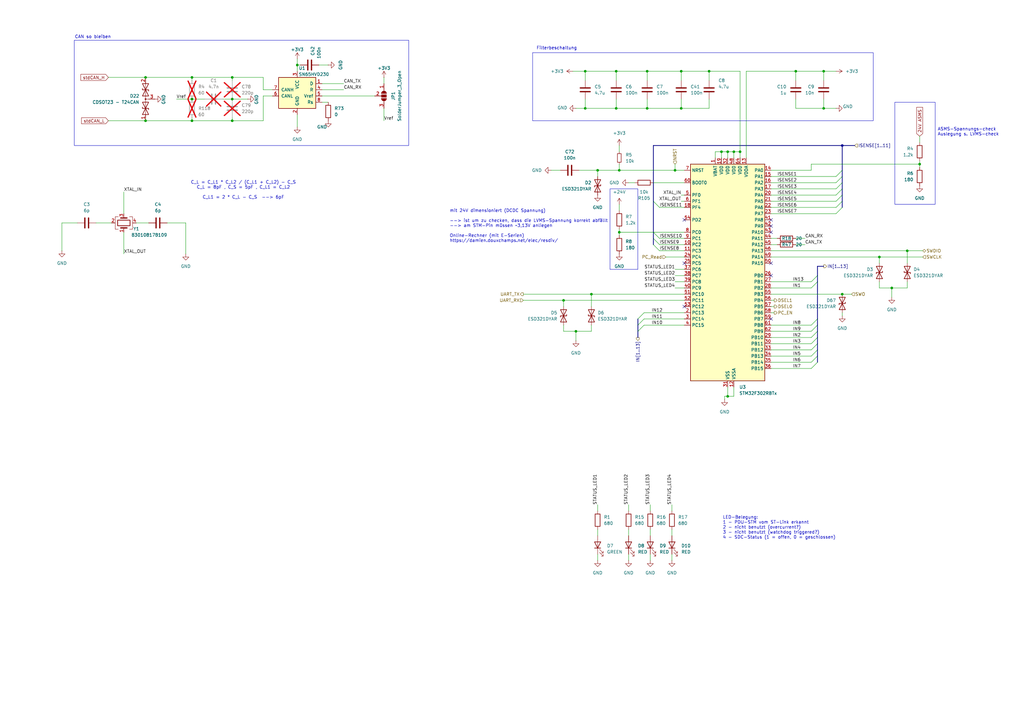
<source format=kicad_sch>
(kicad_sch
	(version 20231120)
	(generator "eeschema")
	(generator_version "8.0")
	(uuid "aa933140-9f4b-4735-968c-43a62bfa3dd4")
	(paper "A3")
	(title_block
		(title "PDU FT25")
		(date "2024-11-23")
		(rev "V1.1")
		(company "Janek Herm")
		(comment 1 "FaSTTUBe Electronics")
	)
	
	(junction
		(at 372.11 102.87)
		(diameter 0)
		(color 0 0 0 0)
		(uuid "011fb3dc-49db-4df5-b559-38f85c6453d7")
	)
	(junction
		(at 240.03 29.21)
		(diameter 0)
		(color 0 0 0 0)
		(uuid "1c1561dd-db1e-4379-88cb-32c62072201a")
	)
	(junction
		(at 95.25 31.75)
		(diameter 0)
		(color 0 0 0 0)
		(uuid "2909134b-3d57-4d2d-930f-c2f46d76c54e")
	)
	(junction
		(at 377.19 67.31)
		(diameter 0)
		(color 0 0 0 0)
		(uuid "311f828e-ff1f-4cf4-b987-2f4449bd4082")
	)
	(junction
		(at 95.25 49.53)
		(diameter 0)
		(color 0 0 0 0)
		(uuid "32bc5ba3-b62b-42dc-82e3-cb95cb6a2278")
	)
	(junction
		(at 345.44 59.69)
		(diameter 0)
		(color 0 0 0 0)
		(uuid "336ecfe3-4b6c-4c03-ad58-6e9f8ed49a93")
	)
	(junction
		(at 78.74 40.64)
		(diameter 0)
		(color 0 0 0 0)
		(uuid "470305e6-4469-423b-a0b1-e2953ae99fd0")
	)
	(junction
		(at 298.45 162.56)
		(diameter 0)
		(color 0 0 0 0)
		(uuid "4a042d06-5575-481b-9363-db3682fcd0d8")
	)
	(junction
		(at 300.99 62.23)
		(diameter 0)
		(color 0 0 0 0)
		(uuid "4a5d67a8-f458-4ca3-8b92-21a112e0f4b4")
	)
	(junction
		(at 345.44 120.65)
		(diameter 0)
		(color 0 0 0 0)
		(uuid "5313608d-9ab5-48e5-82e8-55e235e03479")
	)
	(junction
		(at 337.82 44.45)
		(diameter 0)
		(color 0 0 0 0)
		(uuid "60d16c02-84b1-46a4-a9a4-92263b8dcb49")
	)
	(junction
		(at 231.14 123.19)
		(diameter 0)
		(color 0 0 0 0)
		(uuid "626ea7c1-1f42-4e13-92ec-5605ebdee387")
	)
	(junction
		(at 265.43 29.21)
		(diameter 0)
		(color 0 0 0 0)
		(uuid "67916b88-e6d0-4b5a-9f27-3bf6035e0635")
	)
	(junction
		(at 240.03 44.45)
		(diameter 0)
		(color 0 0 0 0)
		(uuid "7b12ecee-0c67-4465-8158-f60ce921a82f")
	)
	(junction
		(at 59.69 49.53)
		(diameter 0)
		(color 0 0 0 0)
		(uuid "7d48d275-4def-49ef-b085-5aa0c138e2f0")
	)
	(junction
		(at 326.39 29.21)
		(diameter 0)
		(color 0 0 0 0)
		(uuid "8065c336-233f-4333-8fb9-b0cf210d8d84")
	)
	(junction
		(at 252.73 29.21)
		(diameter 0)
		(color 0 0 0 0)
		(uuid "81124fb1-9228-4404-b2ec-46da02e0191c")
	)
	(junction
		(at 365.76 118.11)
		(diameter 0)
		(color 0 0 0 0)
		(uuid "82270b0f-876d-4834-8031-39dfa01b2c6f")
	)
	(junction
		(at 303.53 62.23)
		(diameter 0)
		(color 0 0 0 0)
		(uuid "92181147-f6d9-4a30-9e52-285e8f653835")
	)
	(junction
		(at 78.74 31.75)
		(diameter 0)
		(color 0 0 0 0)
		(uuid "952a4c72-7ac6-4c90-b284-d228a11ad936")
	)
	(junction
		(at 242.57 120.65)
		(diameter 0)
		(color 0 0 0 0)
		(uuid "95a581c5-e4bd-45c4-96a0-197a7042ffb5")
	)
	(junction
		(at 295.91 62.23)
		(diameter 0)
		(color 0 0 0 0)
		(uuid "9d39e635-6ccb-4356-8a35-e6683e33abc6")
	)
	(junction
		(at 265.43 44.45)
		(diameter 0)
		(color 0 0 0 0)
		(uuid "a024b72b-5e3f-46fb-a2e4-a5878e8a88f4")
	)
	(junction
		(at 254 95.25)
		(diameter 0)
		(color 0 0 0 0)
		(uuid "aaccc812-c088-498a-befd-eb96b122b5fd")
	)
	(junction
		(at 276.86 69.85)
		(diameter 0)
		(color 0 0 0 0)
		(uuid "bb8bbc0e-59ca-4c70-96e1-574d2a709031")
	)
	(junction
		(at 236.22 135.89)
		(diameter 0)
		(color 0 0 0 0)
		(uuid "bbf3a917-6a04-4fd5-b852-be679d151fde")
	)
	(junction
		(at 290.83 29.21)
		(diameter 0)
		(color 0 0 0 0)
		(uuid "c3804580-880e-42ec-9ac0-0d99145ce20d")
	)
	(junction
		(at 252.73 44.45)
		(diameter 0)
		(color 0 0 0 0)
		(uuid "cb8dda75-074d-4c4c-adc1-368befa4d039")
	)
	(junction
		(at 59.69 31.75)
		(diameter 0)
		(color 0 0 0 0)
		(uuid "d75b7bf1-045e-4ebc-ba5e-d28f4f4c79ce")
	)
	(junction
		(at 245.11 69.85)
		(diameter 0)
		(color 0 0 0 0)
		(uuid "dfeaeceb-2205-4019-aa61-2b137b393fbc")
	)
	(junction
		(at 254 69.85)
		(diameter 0)
		(color 0 0 0 0)
		(uuid "e2b50f20-59e9-4842-97d3-a31cc6b12de2")
	)
	(junction
		(at 121.92 26.67)
		(diameter 0)
		(color 0 0 0 0)
		(uuid "e2d03ef5-6f0d-42ac-b206-09a65441fc7c")
	)
	(junction
		(at 78.74 49.53)
		(diameter 0)
		(color 0 0 0 0)
		(uuid "e3bee0d1-ee56-45a2-b990-12f34ff6079d")
	)
	(junction
		(at 360.68 105.41)
		(diameter 0)
		(color 0 0 0 0)
		(uuid "efedf725-2801-4356-be55-6b5641a8266e")
	)
	(junction
		(at 95.25 40.64)
		(diameter 0)
		(color 0 0 0 0)
		(uuid "effeb44b-6653-4665-8798-a89e5d31ce18")
	)
	(junction
		(at 337.82 29.21)
		(diameter 0)
		(color 0 0 0 0)
		(uuid "f3432773-749d-40c3-8aa7-240cc93fb599")
	)
	(junction
		(at 298.45 62.23)
		(diameter 0)
		(color 0 0 0 0)
		(uuid "f5034439-030d-403b-8d95-4d009b618e77")
	)
	(junction
		(at 279.4 44.45)
		(diameter 0)
		(color 0 0 0 0)
		(uuid "f79ecdf7-8915-4abb-bd2a-27ce32ad523f")
	)
	(junction
		(at 279.4 29.21)
		(diameter 0)
		(color 0 0 0 0)
		(uuid "fc270b45-755a-4224-a4f1-a9ea4d6490f5")
	)
	(no_connect
		(at 316.23 90.17)
		(uuid "075be4a6-f93d-4ab9-bd89-dc240df4e00e")
	)
	(no_connect
		(at 316.23 95.25)
		(uuid "3c312b4f-fa58-492d-8a28-9962baf598ef")
	)
	(no_connect
		(at 280.67 125.73)
		(uuid "3d18cbec-9d6d-4b25-acd5-d8fdd5b8b0be")
	)
	(no_connect
		(at 280.67 90.17)
		(uuid "4865fe96-237f-418e-93a3-2eaf2c765084")
	)
	(no_connect
		(at 316.23 92.71)
		(uuid "510c8434-b139-4ac7-9ea5-f6153de72f0d")
	)
	(no_connect
		(at 316.23 113.03)
		(uuid "8dac3224-e958-4a1c-876d-20be0b6c8628")
	)
	(no_connect
		(at 316.23 107.95)
		(uuid "8f06113e-c45d-4956-805b-218f9b13b4e8")
	)
	(no_connect
		(at 280.67 107.95)
		(uuid "969aafdd-ff23-44c3-be52-b64f08887ca4")
	)
	(no_connect
		(at 316.23 130.81)
		(uuid "f3edb4bb-b4ce-4188-b8ef-5f275d15386e")
	)
	(bus_entry
		(at 342.9 74.93)
		(size 2.54 -2.54)
		(stroke
			(width 0)
			(type default)
		)
		(uuid "0f44c7bf-42fb-4027-bf20-709ad1aa704a")
	)
	(bus_entry
		(at 332.74 143.51)
		(size 2.54 -2.54)
		(stroke
			(width 0)
			(type default)
		)
		(uuid "1a8c4578-18d3-4d5b-9d91-abbaf03e9138")
	)
	(bus_entry
		(at 342.9 82.55)
		(size 2.54 -2.54)
		(stroke
			(width 0)
			(type default)
		)
		(uuid "3746bdc5-d4d0-444e-a59d-ea02833a6a65")
	)
	(bus_entry
		(at 342.9 72.39)
		(size 2.54 -2.54)
		(stroke
			(width 0)
			(type default)
		)
		(uuid "3945f06b-623d-49c3-983b-f40b5edec678")
	)
	(bus_entry
		(at 342.9 87.63)
		(size 2.54 -2.54)
		(stroke
			(width 0)
			(type default)
		)
		(uuid "3ff9cecd-8190-4579-b1d8-07f660d68860")
	)
	(bus_entry
		(at 267.97 82.55)
		(size 2.54 2.54)
		(stroke
			(width 0)
			(type default)
		)
		(uuid "415918d5-945d-46a2-bcb2-58c2ce3f6977")
	)
	(bus_entry
		(at 332.74 118.11)
		(size 2.54 -2.54)
		(stroke
			(width 0)
			(type default)
		)
		(uuid "4957f270-e681-45e8-a176-90f5101326f9")
	)
	(bus_entry
		(at 342.9 77.47)
		(size 2.54 -2.54)
		(stroke
			(width 0)
			(type default)
		)
		(uuid "4c8b6feb-847b-42b4-8753-f006923bda77")
	)
	(bus_entry
		(at 264.16 133.35)
		(size -2.54 2.54)
		(stroke
			(width 0)
			(type default)
		)
		(uuid "52c108e7-42d8-40ea-9646-fd41e1b7635a")
	)
	(bus_entry
		(at 332.74 133.35)
		(size 2.54 -2.54)
		(stroke
			(width 0)
			(type default)
		)
		(uuid "56b096de-f889-42c6-a376-cc718212d028")
	)
	(bus_entry
		(at 332.74 140.97)
		(size 2.54 -2.54)
		(stroke
			(width 0)
			(type default)
		)
		(uuid "579023c9-aee9-4289-bcef-52162fcd86e4")
	)
	(bus_entry
		(at 264.16 128.27)
		(size -2.54 2.54)
		(stroke
			(width 0)
			(type default)
		)
		(uuid "5a9829a9-2752-40b1-90db-78e699e955aa")
	)
	(bus_entry
		(at 270.51 100.33)
		(size -2.54 -2.54)
		(stroke
			(width 0)
			(type default)
		)
		(uuid "64135b90-3a0c-4804-9fde-547c8272c55d")
	)
	(bus_entry
		(at 270.51 97.79)
		(size -2.54 -2.54)
		(stroke
			(width 0)
			(type default)
		)
		(uuid "6719ffa9-6a4f-44fe-8a9a-c324cb13ff44")
	)
	(bus_entry
		(at 264.16 130.81)
		(size -2.54 2.54)
		(stroke
			(width 0)
			(type default)
		)
		(uuid "6d55b9a8-3776-4f25-929e-c56e410e4a49")
	)
	(bus_entry
		(at 332.74 115.57)
		(size 2.54 -2.54)
		(stroke
			(width 0)
			(type default)
		)
		(uuid "7447557f-810c-4ffc-b3cf-e8a8b88576b2")
	)
	(bus_entry
		(at 270.51 102.87)
		(size -2.54 -2.54)
		(stroke
			(width 0)
			(type default)
		)
		(uuid "7ed18590-037b-413d-a1f3-a02291ce0ea9")
	)
	(bus_entry
		(at 332.74 148.59)
		(size 2.54 -2.54)
		(stroke
			(width 0)
			(type default)
		)
		(uuid "808fcb53-b6eb-4126-b4a3-839040796060")
	)
	(bus_entry
		(at 332.74 138.43)
		(size 2.54 -2.54)
		(stroke
			(width 0)
			(type default)
		)
		(uuid "90d7f3a5-58af-4177-955c-92363bd0700d")
	)
	(bus_entry
		(at 332.74 151.13)
		(size 2.54 -2.54)
		(stroke
			(width 0)
			(type default)
		)
		(uuid "96e2509f-440b-4476-a949-5afab6fe1157")
	)
	(bus_entry
		(at 342.9 80.01)
		(size 2.54 -2.54)
		(stroke
			(width 0)
			(type default)
		)
		(uuid "b0a68681-9431-48bb-8eb2-62215f344ead")
	)
	(bus_entry
		(at 342.9 85.09)
		(size 2.54 -2.54)
		(stroke
			(width 0)
			(type default)
		)
		(uuid "ea1a9b47-f76d-4abc-b8f5-fd23807434c3")
	)
	(bus_entry
		(at 332.74 146.05)
		(size 2.54 -2.54)
		(stroke
			(width 0)
			(type default)
		)
		(uuid "f601e2f6-d62a-4439-b759-53677e622b58")
	)
	(bus_entry
		(at 332.74 135.89)
		(size 2.54 -2.54)
		(stroke
			(width 0)
			(type default)
		)
		(uuid "fb76438c-e197-4f72-9ef1-1130912a6e42")
	)
	(wire
		(pts
			(xy 377.19 58.42) (xy 377.19 55.88)
		)
		(stroke
			(width 0)
			(type default)
		)
		(uuid "02d18d42-d97e-4718-876a-30117100b9d9")
	)
	(wire
		(pts
			(xy 279.4 44.45) (xy 290.83 44.45)
		)
		(stroke
			(width 0)
			(type default)
		)
		(uuid "04342634-bf56-4170-94fb-99898055f07c")
	)
	(wire
		(pts
			(xy 121.92 26.67) (xy 123.19 26.67)
		)
		(stroke
			(width 0)
			(type default)
		)
		(uuid "04624f39-4f16-4cd8-945f-0c0f280b88d6")
	)
	(wire
		(pts
			(xy 111.76 36.83) (xy 107.95 36.83)
		)
		(stroke
			(width 0)
			(type default)
		)
		(uuid "04ce5f16-006c-484e-9448-6f35bc303ded")
	)
	(wire
		(pts
			(xy 298.45 64.77) (xy 298.45 62.23)
		)
		(stroke
			(width 0)
			(type default)
		)
		(uuid "0635cc89-ab21-411b-b2fb-734cbbdf8e6c")
	)
	(wire
		(pts
			(xy 72.39 40.64) (xy 78.74 40.64)
		)
		(stroke
			(width 0)
			(type default)
		)
		(uuid "067e1c89-22ea-4cd0-ac58-970449aa4157")
	)
	(wire
		(pts
			(xy 360.68 118.11) (xy 365.76 118.11)
		)
		(stroke
			(width 0)
			(type default)
		)
		(uuid "06af84a9-4fe0-46df-a673-fdffb9ae579b")
	)
	(wire
		(pts
			(xy 265.43 44.45) (xy 279.4 44.45)
		)
		(stroke
			(width 0)
			(type default)
		)
		(uuid "06cd50e4-a84d-4173-93ad-9c195c5ec8b1")
	)
	(wire
		(pts
			(xy 132.08 36.83) (xy 140.97 36.83)
		)
		(stroke
			(width 0)
			(type default)
		)
		(uuid "07d36fce-b92d-4ebb-924c-b0c58b3ef7ca")
	)
	(wire
		(pts
			(xy 254 95.25) (xy 267.97 95.25)
		)
		(stroke
			(width 0)
			(type default)
		)
		(uuid "08e5a2d8-f52d-4e51-88ae-1aa4173a3966")
	)
	(wire
		(pts
			(xy 326.39 100.33) (xy 330.2 100.33)
		)
		(stroke
			(width 0)
			(type default)
		)
		(uuid "09722ccd-1166-497f-a94c-e44e9be372b5")
	)
	(wire
		(pts
			(xy 293.37 62.23) (xy 295.91 62.23)
		)
		(stroke
			(width 0)
			(type default)
		)
		(uuid "0ad49cbe-2a59-4aad-8360-58993f3de25e")
	)
	(wire
		(pts
			(xy 273.05 105.41) (xy 280.67 105.41)
		)
		(stroke
			(width 0)
			(type default)
		)
		(uuid "0bc28ca4-8f1e-4623-ac18-3bdbbf65d63a")
	)
	(wire
		(pts
			(xy 266.7 207.01) (xy 266.7 209.55)
		)
		(stroke
			(width 0)
			(type default)
		)
		(uuid "0bf4fa6e-f353-4c5b-89b0-744fdf8daf9d")
	)
	(wire
		(pts
			(xy 78.74 31.75) (xy 78.74 33.02)
		)
		(stroke
			(width 0)
			(type default)
		)
		(uuid "0ea186d4-0575-4211-a5c2-c47d1a397213")
	)
	(bus
		(pts
			(xy 261.62 130.81) (xy 261.62 133.35)
		)
		(stroke
			(width 0)
			(type default)
		)
		(uuid "11f67c83-3ffd-46d0-aec1-8c99a833f6e3")
	)
	(wire
		(pts
			(xy 240.03 44.45) (xy 252.73 44.45)
		)
		(stroke
			(width 0)
			(type default)
		)
		(uuid "1231f68a-96d2-44b7-8d3c-b74c91867cc1")
	)
	(wire
		(pts
			(xy 78.74 48.26) (xy 78.74 49.53)
		)
		(stroke
			(width 0)
			(type default)
		)
		(uuid "129613d9-101d-4f0c-8d4a-a64ce9206fbe")
	)
	(wire
		(pts
			(xy 252.73 29.21) (xy 265.43 29.21)
		)
		(stroke
			(width 0)
			(type default)
		)
		(uuid "1351a6f2-d547-4c92-a7bd-fc66aa2b7b1c")
	)
	(wire
		(pts
			(xy 242.57 133.35) (xy 242.57 135.89)
		)
		(stroke
			(width 0)
			(type default)
		)
		(uuid "1465ca23-40a4-46ec-b0f8-03f7ee145ad2")
	)
	(wire
		(pts
			(xy 132.08 41.91) (xy 134.62 41.91)
		)
		(stroke
			(width 0)
			(type default)
		)
		(uuid "14f3c7a6-d742-4322-bb88-1c8b862b32bd")
	)
	(wire
		(pts
			(xy 316.23 85.09) (xy 342.9 85.09)
		)
		(stroke
			(width 0)
			(type default)
		)
		(uuid "1563780a-b8ea-48ce-ab08-85a32f8ef187")
	)
	(wire
		(pts
			(xy 50.8 78.74) (xy 50.8 87.63)
		)
		(stroke
			(width 0)
			(type default)
		)
		(uuid "156a91e1-7575-43e4-ad21-502973462c11")
	)
	(wire
		(pts
			(xy 231.14 135.89) (xy 231.14 133.35)
		)
		(stroke
			(width 0)
			(type default)
		)
		(uuid "157e1d50-e501-4dc1-82d3-3f6de57d9811")
	)
	(wire
		(pts
			(xy 242.57 120.65) (xy 280.67 120.65)
		)
		(stroke
			(width 0)
			(type default)
		)
		(uuid "1c82b389-0ccd-411f-b0dd-64169c5ee93b")
	)
	(wire
		(pts
			(xy 270.51 85.09) (xy 280.67 85.09)
		)
		(stroke
			(width 0)
			(type default)
		)
		(uuid "1ddaf174-0c95-486d-ba76-21612d5dfbc2")
	)
	(wire
		(pts
			(xy 245.11 227.33) (xy 245.11 229.87)
		)
		(stroke
			(width 0)
			(type default)
		)
		(uuid "1f718422-99da-4137-9d23-e032c03b928c")
	)
	(wire
		(pts
			(xy 78.74 49.53) (xy 95.25 49.53)
		)
		(stroke
			(width 0)
			(type default)
		)
		(uuid "20098200-20b7-498b-9c5a-1c253e7e5f5b")
	)
	(bus
		(pts
			(xy 345.44 69.85) (xy 345.44 72.39)
		)
		(stroke
			(width 0)
			(type default)
		)
		(uuid "2251dd67-3d1a-45bd-95a7-174c40e8a15b")
	)
	(wire
		(pts
			(xy 60.96 91.44) (xy 55.88 91.44)
		)
		(stroke
			(width 0)
			(type default)
		)
		(uuid "237a38f9-6614-4bbc-b48b-aa6c4183ece0")
	)
	(wire
		(pts
			(xy 377.19 66.04) (xy 377.19 67.31)
		)
		(stroke
			(width 0)
			(type default)
		)
		(uuid "242ca8e3-8ac4-4d29-8295-d68ee03413d1")
	)
	(wire
		(pts
			(xy 372.11 102.87) (xy 378.46 102.87)
		)
		(stroke
			(width 0)
			(type default)
		)
		(uuid "24abb6d5-4626-4519-b279-895ef4faf25c")
	)
	(wire
		(pts
			(xy 121.92 24.13) (xy 121.92 26.67)
		)
		(stroke
			(width 0)
			(type default)
		)
		(uuid "253308ce-4f34-45f1-a309-15a60f1e19ef")
	)
	(bus
		(pts
			(xy 335.28 130.81) (xy 335.28 133.35)
		)
		(stroke
			(width 0)
			(type default)
		)
		(uuid "25755da5-b2ff-4cff-8bc2-24cd8eade220")
	)
	(bus
		(pts
			(xy 345.44 74.93) (xy 345.44 77.47)
		)
		(stroke
			(width 0)
			(type default)
		)
		(uuid "262d263f-f433-4679-862b-308035de0a2b")
	)
	(wire
		(pts
			(xy 377.19 67.31) (xy 377.19 68.58)
		)
		(stroke
			(width 0)
			(type default)
		)
		(uuid "26bc09cc-8c0a-4375-86fc-e47074c1f63b")
	)
	(wire
		(pts
			(xy 44.45 49.53) (xy 59.69 49.53)
		)
		(stroke
			(width 0)
			(type default)
		)
		(uuid "274e5ee3-d781-4532-b53c-05387a81ff92")
	)
	(wire
		(pts
			(xy 316.23 118.11) (xy 332.74 118.11)
		)
		(stroke
			(width 0)
			(type default)
		)
		(uuid "2887116b-bea2-468f-885b-5166edebab89")
	)
	(wire
		(pts
			(xy 95.25 48.26) (xy 95.25 49.53)
		)
		(stroke
			(width 0)
			(type default)
		)
		(uuid "2c36341c-e8ad-4c3f-828b-51d06c455951")
	)
	(wire
		(pts
			(xy 231.14 123.19) (xy 231.14 125.73)
		)
		(stroke
			(width 0)
			(type default)
		)
		(uuid "2c550914-75dd-41a4-85f1-6281fd0a4d4b")
	)
	(wire
		(pts
			(xy 297.18 162.56) (xy 297.18 163.83)
		)
		(stroke
			(width 0)
			(type default)
		)
		(uuid "2e6a84cd-4428-4a5b-8eac-d5d5a9e09196")
	)
	(wire
		(pts
			(xy 265.43 44.45) (xy 252.73 44.45)
		)
		(stroke
			(width 0)
			(type default)
		)
		(uuid "30049d16-312a-40c3-b4e3-d52ec94734e7")
	)
	(bus
		(pts
			(xy 335.28 146.05) (xy 335.28 148.59)
		)
		(stroke
			(width 0)
			(type default)
		)
		(uuid "309f5f35-3328-4fa8-b4c3-460525690a03")
	)
	(wire
		(pts
			(xy 316.23 72.39) (xy 342.9 72.39)
		)
		(stroke
			(width 0)
			(type default)
		)
		(uuid "31d32d8b-498b-4e2e-a65c-ff11263582c5")
	)
	(wire
		(pts
			(xy 254 86.36) (xy 254 83.82)
		)
		(stroke
			(width 0)
			(type default)
		)
		(uuid "336dd7a3-3351-448e-a2f7-0a868d778216")
	)
	(wire
		(pts
			(xy 236.22 135.89) (xy 236.22 139.7)
		)
		(stroke
			(width 0)
			(type default)
		)
		(uuid "3391f9c0-1432-4401-8274-c3c771b182a4")
	)
	(bus
		(pts
			(xy 267.97 95.25) (xy 267.97 97.79)
		)
		(stroke
			(width 0)
			(type default)
		)
		(uuid "33f73685-2792-44e9-b5b0-05bbf7fcddaf")
	)
	(wire
		(pts
			(xy 266.7 217.17) (xy 266.7 219.71)
		)
		(stroke
			(width 0)
			(type default)
		)
		(uuid "34478a33-d1b1-4338-b1b6-16785ed628a0")
	)
	(bus
		(pts
			(xy 345.44 59.69) (xy 345.44 69.85)
		)
		(stroke
			(width 0)
			(type default)
		)
		(uuid "35dec71b-26c6-47fc-8b49-5e8e283a85f2")
	)
	(wire
		(pts
			(xy 39.37 91.44) (xy 45.72 91.44)
		)
		(stroke
			(width 0)
			(type default)
		)
		(uuid "36c25c5f-bef6-4b8d-872a-cb5f3de296cf")
	)
	(wire
		(pts
			(xy 270.51 100.33) (xy 280.67 100.33)
		)
		(stroke
			(width 0)
			(type default)
		)
		(uuid "374ea217-4be8-4b55-9567-a3387401ee1c")
	)
	(wire
		(pts
			(xy 342.9 44.45) (xy 337.82 44.45)
		)
		(stroke
			(width 0)
			(type default)
		)
		(uuid "380ed02c-02ec-493d-8e7a-a4d524cb20de")
	)
	(wire
		(pts
			(xy 316.23 138.43) (xy 332.74 138.43)
		)
		(stroke
			(width 0)
			(type default)
		)
		(uuid "3a208043-40df-48e3-96d8-2487d26fc72c")
	)
	(wire
		(pts
			(xy 236.22 44.45) (xy 240.03 44.45)
		)
		(stroke
			(width 0)
			(type default)
		)
		(uuid "3ad73296-22dc-403c-848b-592e5ee820e8")
	)
	(wire
		(pts
			(xy 280.67 118.11) (xy 276.86 118.11)
		)
		(stroke
			(width 0)
			(type default)
		)
		(uuid "3bf0defa-f434-4da3-9852-926b797769df")
	)
	(wire
		(pts
			(xy 306.07 29.21) (xy 326.39 29.21)
		)
		(stroke
			(width 0)
			(type default)
		)
		(uuid "3cf2ceea-35e9-4eb7-a160-b660911651bb")
	)
	(wire
		(pts
			(xy 267.97 95.25) (xy 280.67 95.25)
		)
		(stroke
			(width 0)
			(type default)
		)
		(uuid "3d16aa63-6a30-475f-8032-7202d08f3907")
	)
	(wire
		(pts
			(xy 316.23 133.35) (xy 332.74 133.35)
		)
		(stroke
			(width 0)
			(type default)
		)
		(uuid "3e4b90b5-23af-4990-a30f-addd83c93519")
	)
	(wire
		(pts
			(xy 280.67 130.81) (xy 264.16 130.81)
		)
		(stroke
			(width 0)
			(type default)
		)
		(uuid "3f3265f9-c18a-4c90-9076-96d9d1762ce8")
	)
	(wire
		(pts
			(xy 303.53 62.23) (xy 303.53 29.21)
		)
		(stroke
			(width 0)
			(type default)
		)
		(uuid "3fbf1dcd-d369-4d97-86e5-0d64166f1695")
	)
	(wire
		(pts
			(xy 111.76 39.37) (xy 107.95 39.37)
		)
		(stroke
			(width 0)
			(type default)
		)
		(uuid "433a9bd0-c4d3-45af-9bb9-a8a1648b5d0a")
	)
	(wire
		(pts
			(xy 44.45 31.75) (xy 59.69 31.75)
		)
		(stroke
			(width 0)
			(type default)
		)
		(uuid "4412c598-e00c-403a-a5e8-1df1ebe79e2c")
	)
	(bus
		(pts
			(xy 345.44 77.47) (xy 345.44 80.01)
		)
		(stroke
			(width 0)
			(type default)
		)
		(uuid "446d3b8a-b184-43ef-a483-c9827ee7e5e8")
	)
	(wire
		(pts
			(xy 279.4 29.21) (xy 290.83 29.21)
		)
		(stroke
			(width 0)
			(type default)
		)
		(uuid "44b7664b-4334-4003-b151-630ab004c928")
	)
	(wire
		(pts
			(xy 372.11 118.11) (xy 365.76 118.11)
		)
		(stroke
			(width 0)
			(type default)
		)
		(uuid "4800bad9-6f06-4d3c-bf38-d17eb414de1d")
	)
	(wire
		(pts
			(xy 134.62 26.67) (xy 130.81 26.67)
		)
		(stroke
			(width 0)
			(type default)
		)
		(uuid "488018a1-c63c-4e72-9bd5-1976cce0172a")
	)
	(wire
		(pts
			(xy 316.23 115.57) (xy 332.74 115.57)
		)
		(stroke
			(width 0)
			(type default)
		)
		(uuid "49c8365a-ca95-400b-ad63-9129e1136d9e")
	)
	(wire
		(pts
			(xy 300.99 64.77) (xy 300.99 62.23)
		)
		(stroke
			(width 0)
			(type default)
		)
		(uuid "4a81f28c-0a6a-4076-8b7b-e8bba29c0ade")
	)
	(wire
		(pts
			(xy 360.68 105.41) (xy 378.46 105.41)
		)
		(stroke
			(width 0)
			(type default)
		)
		(uuid "4b0fb995-16e8-4924-9090-aa604e816928")
	)
	(wire
		(pts
			(xy 265.43 40.64) (xy 265.43 44.45)
		)
		(stroke
			(width 0)
			(type default)
		)
		(uuid "4b690891-d34d-4a2c-b54b-a2bcf5e0cc9f")
	)
	(bus
		(pts
			(xy 267.97 59.69) (xy 267.97 82.55)
		)
		(stroke
			(width 0)
			(type default)
		)
		(uuid "4ba8ccba-e453-4230-9b0a-2d1e0788caac")
	)
	(wire
		(pts
			(xy 78.74 40.64) (xy 83.82 40.64)
		)
		(stroke
			(width 0)
			(type default)
		)
		(uuid "4bd024fb-1685-452e-a6bf-c127e24ffee7")
	)
	(wire
		(pts
			(xy 280.67 113.03) (xy 276.86 113.03)
		)
		(stroke
			(width 0)
			(type default)
		)
		(uuid "4d686276-809a-44e4-b3e6-33295a39cb5e")
	)
	(wire
		(pts
			(xy 316.23 105.41) (xy 360.68 105.41)
		)
		(stroke
			(width 0)
			(type default)
		)
		(uuid "5041efb4-b0cd-4bdc-8e62-0fcb005a0b74")
	)
	(wire
		(pts
			(xy 59.69 49.53) (xy 78.74 49.53)
		)
		(stroke
			(width 0)
			(type default)
		)
		(uuid "506edc40-1449-4a7b-a3df-6fc0e696fc78")
	)
	(wire
		(pts
			(xy 345.44 120.65) (xy 349.25 120.65)
		)
		(stroke
			(width 0)
			(type default)
		)
		(uuid "5142e485-75a2-4b99-8639-39b54d2807f6")
	)
	(wire
		(pts
			(xy 316.23 74.93) (xy 342.9 74.93)
		)
		(stroke
			(width 0)
			(type default)
		)
		(uuid "51c6b7a0-c71a-4d20-abba-9f1e5de5eaa8")
	)
	(wire
		(pts
			(xy 214.63 120.65) (xy 242.57 120.65)
		)
		(stroke
			(width 0)
			(type default)
		)
		(uuid "5207cf23-6b89-48ca-94f2-bc37a24192fc")
	)
	(wire
		(pts
			(xy 267.97 74.93) (xy 280.67 74.93)
		)
		(stroke
			(width 0)
			(type default)
		)
		(uuid "5457882c-466e-435a-a493-eb45347e573f")
	)
	(wire
		(pts
			(xy 254 93.98) (xy 254 95.25)
		)
		(stroke
			(width 0)
			(type default)
		)
		(uuid "5594d980-1253-4a7d-8f92-fa49c6434d84")
	)
	(wire
		(pts
			(xy 275.59 227.33) (xy 275.59 229.87)
		)
		(stroke
			(width 0)
			(type default)
		)
		(uuid "573af0e6-6fab-4c99-875e-6675a452eab1")
	)
	(wire
		(pts
			(xy 290.83 33.02) (xy 290.83 29.21)
		)
		(stroke
			(width 0)
			(type default)
		)
		(uuid "5762d99e-3126-4890-9607-31256a488ae7")
	)
	(wire
		(pts
			(xy 316.23 143.51) (xy 332.74 143.51)
		)
		(stroke
			(width 0)
			(type default)
		)
		(uuid "57c4bab5-a989-445b-aaad-9f7fb046ca6b")
	)
	(wire
		(pts
			(xy 240.03 29.21) (xy 252.73 29.21)
		)
		(stroke
			(width 0)
			(type default)
		)
		(uuid "592440ee-12c4-4be4-984c-ce759230f308")
	)
	(wire
		(pts
			(xy 254 69.85) (xy 276.86 69.85)
		)
		(stroke
			(width 0)
			(type default)
		)
		(uuid "5bff72cf-84d5-4a35-a479-cee7167288e0")
	)
	(wire
		(pts
			(xy 298.45 162.56) (xy 297.18 162.56)
		)
		(stroke
			(width 0)
			(type default)
		)
		(uuid "5fa66723-a87b-4fd8-a7ed-6a6ee875c26b")
	)
	(bus
		(pts
			(xy 335.28 138.43) (xy 335.28 140.97)
		)
		(stroke
			(width 0)
			(type default)
		)
		(uuid "61312873-5fe1-42fd-9fb3-f775d083cf32")
	)
	(bus
		(pts
			(xy 345.44 80.01) (xy 345.44 82.55)
		)
		(stroke
			(width 0)
			(type default)
		)
		(uuid "63056bca-8aa2-4c61-9c04-4ba2d5dd7eae")
	)
	(wire
		(pts
			(xy 318.77 97.79) (xy 316.23 97.79)
		)
		(stroke
			(width 0)
			(type default)
		)
		(uuid "640e7ef2-ac50-4a3d-b491-720fc4ede5e4")
	)
	(wire
		(pts
			(xy 265.43 29.21) (xy 279.4 29.21)
		)
		(stroke
			(width 0)
			(type default)
		)
		(uuid "66b9af82-6c1b-407a-b830-0a7aa102153f")
	)
	(wire
		(pts
			(xy 245.11 69.85) (xy 254 69.85)
		)
		(stroke
			(width 0)
			(type default)
		)
		(uuid "66fbc815-56c4-4aa8-8b02-e2734d7501f7")
	)
	(wire
		(pts
			(xy 76.2 104.14) (xy 76.2 91.44)
		)
		(stroke
			(width 0)
			(type default)
		)
		(uuid "6760abfc-8efe-43dd-b4af-004d7b033428")
	)
	(wire
		(pts
			(xy 316.23 135.89) (xy 332.74 135.89)
		)
		(stroke
			(width 0)
			(type default)
		)
		(uuid "6b3f2e83-c285-4a0e-812a-970aa35eb8f3")
	)
	(wire
		(pts
			(xy 280.67 115.57) (xy 276.86 115.57)
		)
		(stroke
			(width 0)
			(type default)
		)
		(uuid "6c1e18e5-29de-4d47-831a-a5fba3321085")
	)
	(wire
		(pts
			(xy 276.86 67.31) (xy 276.86 69.85)
		)
		(stroke
			(width 0)
			(type default)
		)
		(uuid "70625563-a097-4b0a-a81d-15bb826a1032")
	)
	(wire
		(pts
			(xy 231.14 123.19) (xy 280.67 123.19)
		)
		(stroke
			(width 0)
			(type default)
		)
		(uuid "71fbcbc7-bf8a-4a19-9647-4c101a51522e")
	)
	(wire
		(pts
			(xy 242.57 120.65) (xy 242.57 125.73)
		)
		(stroke
			(width 0)
			(type default)
		)
		(uuid "73b98dab-d36d-4942-84f4-1c29626f61b6")
	)
	(wire
		(pts
			(xy 316.23 151.13) (xy 332.74 151.13)
		)
		(stroke
			(width 0)
			(type default)
		)
		(uuid "78a1b69a-85ae-4515-a0a1-e32eb2d8856e")
	)
	(wire
		(pts
			(xy 257.81 217.17) (xy 257.81 219.71)
		)
		(stroke
			(width 0)
			(type default)
		)
		(uuid "791a09bf-b5e3-4a76-ab8d-ab77a05166b1")
	)
	(wire
		(pts
			(xy 316.23 120.65) (xy 345.44 120.65)
		)
		(stroke
			(width 0)
			(type default)
		)
		(uuid "7afe081f-ff81-4631-9152-55ea34458800")
	)
	(wire
		(pts
			(xy 275.59 217.17) (xy 275.59 219.71)
		)
		(stroke
			(width 0)
			(type default)
		)
		(uuid "7bccdd04-4201-4262-afdb-1f717b63954d")
	)
	(wire
		(pts
			(xy 365.76 118.11) (xy 365.76 121.92)
		)
		(stroke
			(width 0)
			(type default)
		)
		(uuid "7ce15126-e46f-450a-88cf-bf021729bbd4")
	)
	(wire
		(pts
			(xy 300.99 162.56) (xy 298.45 162.56)
		)
		(stroke
			(width 0)
			(type default)
		)
		(uuid "7d3688bd-ee5d-46b9-bb87-c57b2f2ef841")
	)
	(wire
		(pts
			(xy 372.11 102.87) (xy 372.11 107.95)
		)
		(stroke
			(width 0)
			(type default)
		)
		(uuid "7d8e42e8-1bd0-4296-9880-9fba3a45d953")
	)
	(wire
		(pts
			(xy 157.48 44.45) (xy 157.48 49.53)
		)
		(stroke
			(width 0)
			(type default)
		)
		(uuid "7e2d27f6-8dc6-4db9-a014-b25d12f38c27")
	)
	(wire
		(pts
			(xy 318.77 100.33) (xy 316.23 100.33)
		)
		(stroke
			(width 0)
			(type default)
		)
		(uuid "7e9898dd-c6fc-4604-8d67-25d9df0d3ea7")
	)
	(wire
		(pts
			(xy 316.23 146.05) (xy 332.74 146.05)
		)
		(stroke
			(width 0)
			(type default)
		)
		(uuid "7ef32392-76db-40d3-a157-49cf1b4ba958")
	)
	(wire
		(pts
			(xy 252.73 44.45) (xy 252.73 40.64)
		)
		(stroke
			(width 0)
			(type default)
		)
		(uuid "7f21f788-b78d-4607-b25e-c29c60fd01ee")
	)
	(wire
		(pts
			(xy 332.74 67.31) (xy 377.19 67.31)
		)
		(stroke
			(width 0)
			(type default)
		)
		(uuid "81caabdd-9375-4e6a-b542-c27f630f4e32")
	)
	(wire
		(pts
			(xy 245.11 217.17) (xy 245.11 219.71)
		)
		(stroke
			(width 0)
			(type default)
		)
		(uuid "83d840ed-51d0-4a2b-8c4b-8841ec896b9f")
	)
	(wire
		(pts
			(xy 280.67 110.49) (xy 276.86 110.49)
		)
		(stroke
			(width 0)
			(type default)
		)
		(uuid "84ae6afc-bf8f-4321-8fe0-1256ddb2d700")
	)
	(wire
		(pts
			(xy 279.4 80.01) (xy 280.67 80.01)
		)
		(stroke
			(width 0)
			(type default)
		)
		(uuid "84f07f24-75f3-4cc7-b54e-ff3a21911909")
	)
	(wire
		(pts
			(xy 298.45 158.75) (xy 298.45 162.56)
		)
		(stroke
			(width 0)
			(type default)
		)
		(uuid "8505f2cd-1e7f-4f98-99a1-831800ae8140")
	)
	(wire
		(pts
			(xy 316.23 69.85) (xy 332.74 69.85)
		)
		(stroke
			(width 0)
			(type default)
		)
		(uuid "85819cca-689f-47d8-b803-634eac7c9223")
	)
	(wire
		(pts
			(xy 132.08 39.37) (xy 153.67 39.37)
		)
		(stroke
			(width 0)
			(type default)
		)
		(uuid "85e8d5ff-9194-472a-81fe-81f1d2fb2bc7")
	)
	(wire
		(pts
			(xy 279.4 29.21) (xy 279.4 33.02)
		)
		(stroke
			(width 0)
			(type default)
		)
		(uuid "86594fa4-96ef-4b6b-9fb4-99fd99a23170")
	)
	(wire
		(pts
			(xy 226.06 69.85) (xy 229.87 69.85)
		)
		(stroke
			(width 0)
			(type default)
		)
		(uuid "872cc783-8f89-4a31-8d69-30669783acd4")
	)
	(wire
		(pts
			(xy 298.45 62.23) (xy 300.99 62.23)
		)
		(stroke
			(width 0)
			(type default)
		)
		(uuid "87ddc8b3-f1a2-4d1c-91e8-606172ec47d6")
	)
	(wire
		(pts
			(xy 280.67 133.35) (xy 264.16 133.35)
		)
		(stroke
			(width 0)
			(type default)
		)
		(uuid "8ce71bf8-38df-41cb-ae3c-5807499f1b40")
	)
	(wire
		(pts
			(xy 280.67 69.85) (xy 276.86 69.85)
		)
		(stroke
			(width 0)
			(type default)
		)
		(uuid "8e0c6015-c75f-4b40-8b31-6060fd9d7bdd")
	)
	(wire
		(pts
			(xy 257.81 207.01) (xy 257.81 209.55)
		)
		(stroke
			(width 0)
			(type default)
		)
		(uuid "91ab24a6-f08a-4e60-9cc2-e845e9436609")
	)
	(bus
		(pts
			(xy 335.28 133.35) (xy 335.28 135.89)
		)
		(stroke
			(width 0)
			(type default)
		)
		(uuid "93bb8650-5aae-410b-ba61-fa515d094bda")
	)
	(bus
		(pts
			(xy 267.97 59.69) (xy 345.44 59.69)
		)
		(stroke
			(width 0)
			(type default)
		)
		(uuid "96952c6d-506e-454c-b2d9-0948ab51e964")
	)
	(wire
		(pts
			(xy 260.35 74.93) (xy 257.81 74.93)
		)
		(stroke
			(width 0)
			(type default)
		)
		(uuid "96ba8d5b-8e4b-4926-a927-662bccc2db00")
	)
	(wire
		(pts
			(xy 240.03 33.02) (xy 240.03 29.21)
		)
		(stroke
			(width 0)
			(type default)
		)
		(uuid "96ed4aeb-ca18-43ce-b3d5-e2beccf8b493")
	)
	(wire
		(pts
			(xy 326.39 29.21) (xy 326.39 33.02)
		)
		(stroke
			(width 0)
			(type default)
		)
		(uuid "978b63ba-a51c-4bcc-8f6e-ce7e09ee5e8e")
	)
	(wire
		(pts
			(xy 245.11 69.85) (xy 245.11 72.39)
		)
		(stroke
			(width 0)
			(type default)
		)
		(uuid "97a0f518-37d8-4c54-b987-a70e8fcf889b")
	)
	(wire
		(pts
			(xy 295.91 64.77) (xy 295.91 62.23)
		)
		(stroke
			(width 0)
			(type default)
		)
		(uuid "99e28d3a-df39-45d6-a487-b1ca5e388bc1")
	)
	(wire
		(pts
			(xy 231.14 135.89) (xy 236.22 135.89)
		)
		(stroke
			(width 0)
			(type default)
		)
		(uuid "9b516c1e-2bbe-4e34-91fb-0d1eefd4b6ef")
	)
	(wire
		(pts
			(xy 326.39 40.64) (xy 326.39 44.45)
		)
		(stroke
			(width 0)
			(type default)
		)
		(uuid "9ba3c000-1f86-40f5-930e-17a4b93a145a")
	)
	(wire
		(pts
			(xy 300.99 158.75) (xy 300.99 162.56)
		)
		(stroke
			(width 0)
			(type default)
		)
		(uuid "9cc84406-31f7-4d0e-ad67-1f7cf798a249")
	)
	(bus
		(pts
			(xy 345.44 59.69) (xy 350.52 59.69)
		)
		(stroke
			(width 0)
			(type default)
		)
		(uuid "9ccbfe06-845b-49e2-82e7-bbf946473222")
	)
	(wire
		(pts
			(xy 59.69 31.75) (xy 78.74 31.75)
		)
		(stroke
			(width 0)
			(type default)
		)
		(uuid "9d321732-824c-479f-b7f6-8f39ef02dcc3")
	)
	(wire
		(pts
			(xy 257.81 227.33) (xy 257.81 229.87)
		)
		(stroke
			(width 0)
			(type default)
		)
		(uuid "a4014b3b-9195-48e8-99e6-73147189ebcf")
	)
	(wire
		(pts
			(xy 50.8 95.25) (xy 50.8 104.14)
		)
		(stroke
			(width 0)
			(type default)
		)
		(uuid "a413a018-0767-4293-88dd-d3211b741500")
	)
	(wire
		(pts
			(xy 326.39 44.45) (xy 337.82 44.45)
		)
		(stroke
			(width 0)
			(type default)
		)
		(uuid "a43cec6a-d0ed-46b8-aba0-fb17da6a7b27")
	)
	(wire
		(pts
			(xy 316.23 77.47) (xy 342.9 77.47)
		)
		(stroke
			(width 0)
			(type default)
		)
		(uuid "a45559c4-5009-4967-bb41-f08a50315a24")
	)
	(bus
		(pts
			(xy 261.62 138.43) (xy 261.62 135.89)
		)
		(stroke
			(width 0)
			(type default)
		)
		(uuid "a59ccade-3e06-449f-8830-6835a95f7677")
	)
	(wire
		(pts
			(xy 316.23 140.97) (xy 332.74 140.97)
		)
		(stroke
			(width 0)
			(type default)
		)
		(uuid "a5ae0e91-8246-4a61-a617-896b3c268b2a")
	)
	(wire
		(pts
			(xy 337.82 40.64) (xy 337.82 44.45)
		)
		(stroke
			(width 0)
			(type default)
		)
		(uuid "a6b89ee7-afe8-418b-bf84-d68aeb398b0e")
	)
	(wire
		(pts
			(xy 306.07 29.21) (xy 306.07 64.77)
		)
		(stroke
			(width 0)
			(type default)
		)
		(uuid "a810b8d0-b173-40f9-a48d-d719fd48f49e")
	)
	(wire
		(pts
			(xy 332.74 69.85) (xy 332.74 67.31)
		)
		(stroke
			(width 0)
			(type default)
		)
		(uuid "a8113f14-7367-4784-b9e1-4b8b516eaa12")
	)
	(wire
		(pts
			(xy 265.43 29.21) (xy 265.43 33.02)
		)
		(stroke
			(width 0)
			(type default)
		)
		(uuid "a819c80f-747f-4919-8dfd-4e1fbe3e4983")
	)
	(wire
		(pts
			(xy 252.73 29.21) (xy 252.73 33.02)
		)
		(stroke
			(width 0)
			(type default)
		)
		(uuid "a8f2f973-3249-43a2-b027-2642782bdbb8")
	)
	(bus
		(pts
			(xy 337.82 109.22) (xy 335.28 109.22)
		)
		(stroke
			(width 0)
			(type default)
		)
		(uuid "aa0d9b0f-c318-42d8-9f8a-7062abad51ff")
	)
	(wire
		(pts
			(xy 372.11 115.57) (xy 372.11 118.11)
		)
		(stroke
			(width 0)
			(type default)
		)
		(uuid "ab11de8b-d27d-4f17-8804-3d4f4ce95f50")
	)
	(wire
		(pts
			(xy 254 67.31) (xy 254 69.85)
		)
		(stroke
			(width 0)
			(type default)
		)
		(uuid "ac99119a-7289-4b7d-bf4e-fa24584fd5e5")
	)
	(bus
		(pts
			(xy 267.97 97.79) (xy 267.97 100.33)
		)
		(stroke
			(width 0)
			(type default)
		)
		(uuid "ad1f7770-d867-4af5-aee1-86e6022744f6")
	)
	(wire
		(pts
			(xy 107.95 36.83) (xy 107.95 31.75)
		)
		(stroke
			(width 0)
			(type default)
		)
		(uuid "ad5145d6-835e-40ef-8320-271a0d601a4e")
	)
	(wire
		(pts
			(xy 245.11 207.01) (xy 245.11 209.55)
		)
		(stroke
			(width 0)
			(type default)
		)
		(uuid "ae829c98-bff4-4d8a-81b0-64763e4c104a")
	)
	(wire
		(pts
			(xy 270.51 102.87) (xy 280.67 102.87)
		)
		(stroke
			(width 0)
			(type default)
		)
		(uuid "aec3c96b-d324-4c83-b01c-f4470e85d085")
	)
	(wire
		(pts
			(xy 316.23 102.87) (xy 372.11 102.87)
		)
		(stroke
			(width 0)
			(type default)
		)
		(uuid "afb8c704-4be3-4065-870b-a1b3eed5d064")
	)
	(bus
		(pts
			(xy 261.62 133.35) (xy 261.62 135.89)
		)
		(stroke
			(width 0)
			(type default)
		)
		(uuid "b06b1619-1c34-4cfd-8d33-f5e5d2709422")
	)
	(wire
		(pts
			(xy 316.23 123.19) (xy 317.5 123.19)
		)
		(stroke
			(width 0)
			(type default)
		)
		(uuid "b15fcba5-384c-4137-ac70-66f5f602bdd6")
	)
	(bus
		(pts
			(xy 335.28 115.57) (xy 335.28 130.81)
		)
		(stroke
			(width 0)
			(type default)
		)
		(uuid "b25f1883-7899-40e6-bea0-dda4b69bc806")
	)
	(wire
		(pts
			(xy 266.7 227.33) (xy 266.7 229.87)
		)
		(stroke
			(width 0)
			(type default)
		)
		(uuid "b2be58c1-4836-480e-aa3b-ac80cc322cb8")
	)
	(wire
		(pts
			(xy 234.95 29.21) (xy 240.03 29.21)
		)
		(stroke
			(width 0)
			(type default)
		)
		(uuid "b2c18a8b-1856-404b-9568-1fbaa6d1aa7d")
	)
	(wire
		(pts
			(xy 300.99 62.23) (xy 303.53 62.23)
		)
		(stroke
			(width 0)
			(type default)
		)
		(uuid "b4d4436b-1e97-4b71-9d4a-efec7c2d29a0")
	)
	(wire
		(pts
			(xy 121.92 26.67) (xy 121.92 29.21)
		)
		(stroke
			(width 0)
			(type default)
		)
		(uuid "b59d0d87-af1c-44b8-8c95-246a18525198")
	)
	(wire
		(pts
			(xy 280.67 128.27) (xy 264.16 128.27)
		)
		(stroke
			(width 0)
			(type default)
		)
		(uuid "b694e302-39ae-4cec-8d85-dc68dfaa474a")
	)
	(wire
		(pts
			(xy 279.4 40.64) (xy 279.4 44.45)
		)
		(stroke
			(width 0)
			(type default)
		)
		(uuid "b8594858-a696-4f19-a9c8-df08777bfdd3")
	)
	(wire
		(pts
			(xy 316.23 125.73) (xy 317.5 125.73)
		)
		(stroke
			(width 0)
			(type default)
		)
		(uuid "bbb79d0e-0ba9-499f-bc7c-30b133b88b2a")
	)
	(wire
		(pts
			(xy 242.57 135.89) (xy 236.22 135.89)
		)
		(stroke
			(width 0)
			(type default)
		)
		(uuid "bd134b4f-2171-4eb5-86fc-5330b9a11363")
	)
	(wire
		(pts
			(xy 95.25 49.53) (xy 107.95 49.53)
		)
		(stroke
			(width 0)
			(type default)
		)
		(uuid "c2a42c62-e28b-43a6-8bb2-0a1f119a0e38")
	)
	(bus
		(pts
			(xy 345.44 72.39) (xy 345.44 74.93)
		)
		(stroke
			(width 0)
			(type default)
		)
		(uuid "c2c8d552-f034-4449-a3de-dedf3aad8f00")
	)
	(bus
		(pts
			(xy 335.28 135.89) (xy 335.28 138.43)
		)
		(stroke
			(width 0)
			(type default)
		)
		(uuid "c3730845-2d4f-471a-bb2e-3a0063f81c2c")
	)
	(wire
		(pts
			(xy 121.92 46.99) (xy 121.92 52.07)
		)
		(stroke
			(width 0)
			(type default)
		)
		(uuid "c3ec0945-321b-4b30-9522-0c21319a5f80")
	)
	(wire
		(pts
			(xy 107.95 39.37) (xy 107.95 49.53)
		)
		(stroke
			(width 0)
			(type default)
		)
		(uuid "c52a96ec-fb68-468e-b3cf-c886bc8728ae")
	)
	(bus
		(pts
			(xy 335.28 140.97) (xy 335.28 143.51)
		)
		(stroke
			(width 0)
			(type default)
		)
		(uuid "c54ff8af-a779-43fb-af24-bb46950bcc09")
	)
	(wire
		(pts
			(xy 132.08 34.29) (xy 140.97 34.29)
		)
		(stroke
			(width 0)
			(type default)
		)
		(uuid "c7a522df-9734-4702-b512-256d9a6e5778")
	)
	(wire
		(pts
			(xy 316.23 128.27) (xy 317.5 128.27)
		)
		(stroke
			(width 0)
			(type default)
		)
		(uuid "c9abefe4-3d70-46c7-a812-f3c50f80e825")
	)
	(wire
		(pts
			(xy 95.25 40.64) (xy 101.6 40.64)
		)
		(stroke
			(width 0)
			(type default)
		)
		(uuid "ca4d6cf7-17c8-4b62-ac2f-e6ef1ddb6abb")
	)
	(bus
		(pts
			(xy 345.44 82.55) (xy 345.44 85.09)
		)
		(stroke
			(width 0)
			(type default)
		)
		(uuid "ca8cfe9e-87ec-4a19-8f30-49bfa4505870")
	)
	(wire
		(pts
			(xy 316.23 148.59) (xy 332.74 148.59)
		)
		(stroke
			(width 0)
			(type default)
		)
		(uuid "ccec9f19-5dc7-4e41-9e22-3ba7de88e290")
	)
	(wire
		(pts
			(xy 91.44 40.64) (xy 95.25 40.64)
		)
		(stroke
			(width 0)
			(type default)
		)
		(uuid "d04a6fcf-4cdd-4d4d-b903-0c17ec3c718e")
	)
	(wire
		(pts
			(xy 25.4 91.44) (xy 31.75 91.44)
		)
		(stroke
			(width 0)
			(type default)
		)
		(uuid "d2c50efd-053f-4e2b-ab6b-ceb56e1390a6")
	)
	(wire
		(pts
			(xy 290.83 29.21) (xy 303.53 29.21)
		)
		(stroke
			(width 0)
			(type default)
		)
		(uuid "d30aab13-07f2-4457-b84a-c61ebd85324c")
	)
	(wire
		(pts
			(xy 237.49 69.85) (xy 245.11 69.85)
		)
		(stroke
			(width 0)
			(type default)
		)
		(uuid "d31fee49-a38b-402f-8bf8-bb45ee41492e")
	)
	(wire
		(pts
			(xy 290.83 40.64) (xy 290.83 44.45)
		)
		(stroke
			(width 0)
			(type default)
		)
		(uuid "d336c2f7-fd3c-4fa0-a3b6-30f66270e0dd")
	)
	(wire
		(pts
			(xy 157.48 34.29) (xy 157.48 31.75)
		)
		(stroke
			(width 0)
			(type default)
		)
		(uuid "d62ecc64-c152-4b0a-85bf-14bc416033b4")
	)
	(wire
		(pts
			(xy 275.59 207.01) (xy 275.59 209.55)
		)
		(stroke
			(width 0)
			(type default)
		)
		(uuid "d7c8bd47-7b73-4ea8-b196-0d40bce9a89c")
	)
	(wire
		(pts
			(xy 337.82 33.02) (xy 337.82 29.21)
		)
		(stroke
			(width 0)
			(type default)
		)
		(uuid "d952bab0-653b-435c-8a2f-6393719cdfa6")
	)
	(wire
		(pts
			(xy 25.4 91.44) (xy 25.4 102.87)
		)
		(stroke
			(width 0)
			(type default)
		)
		(uuid "dbad8be3-21c0-4e36-a154-4beb3e5395a5")
	)
	(wire
		(pts
			(xy 231.14 123.19) (xy 214.63 123.19)
		)
		(stroke
			(width 0)
			(type default)
		)
		(uuid "dbf144ae-e904-4368-a3cc-0269e933c61b")
	)
	(wire
		(pts
			(xy 316.23 80.01) (xy 342.9 80.01)
		)
		(stroke
			(width 0)
			(type default)
		)
		(uuid "dc7a3531-0422-497a-80c3-3ef7771970df")
	)
	(wire
		(pts
			(xy 326.39 97.79) (xy 330.2 97.79)
		)
		(stroke
			(width 0)
			(type default)
		)
		(uuid "ddac0376-e581-4f59-af0c-376284134561")
	)
	(wire
		(pts
			(xy 360.68 105.41) (xy 360.68 107.95)
		)
		(stroke
			(width 0)
			(type default)
		)
		(uuid "dde185dc-c1a6-4cff-a53f-51ea18e0f496")
	)
	(bus
		(pts
			(xy 335.28 113.03) (xy 335.28 115.57)
		)
		(stroke
			(width 0)
			(type default)
		)
		(uuid "de0a1780-03dc-4282-988e-24005d38b024")
	)
	(bus
		(pts
			(xy 335.28 109.22) (xy 335.28 113.03)
		)
		(stroke
			(width 0)
			(type default)
		)
		(uuid "df2cf0f7-cf69-4ceb-b9ba-dbfab7152832")
	)
	(wire
		(pts
			(xy 254 59.69) (xy 254 62.23)
		)
		(stroke
			(width 0)
			(type default)
		)
		(uuid "df962fbf-3186-49c7-b920-670e6de3619f")
	)
	(wire
		(pts
			(xy 270.51 97.79) (xy 280.67 97.79)
		)
		(stroke
			(width 0)
			(type default)
		)
		(uuid "e056fb87-e356-4c5f-a2aa-ef1101f35093")
	)
	(wire
		(pts
			(xy 295.91 62.23) (xy 298.45 62.23)
		)
		(stroke
			(width 0)
			(type default)
		)
		(uuid "e1b392db-7931-4964-964f-68fe177d16d9")
	)
	(wire
		(pts
			(xy 360.68 118.11) (xy 360.68 115.57)
		)
		(stroke
			(width 0)
			(type default)
		)
		(uuid "e2e7c861-bb5f-4fb3-ad06-59502f28bab1")
	)
	(wire
		(pts
			(xy 326.39 29.21) (xy 337.82 29.21)
		)
		(stroke
			(width 0)
			(type default)
		)
		(uuid "e4c7bb4c-75bf-4ed2-b33c-57936b821a91")
	)
	(wire
		(pts
			(xy 279.4 82.55) (xy 280.67 82.55)
		)
		(stroke
			(width 0)
			(type default)
		)
		(uuid "e70d3f73-dbb7-4d50-9c00-19309e1069bb")
	)
	(wire
		(pts
			(xy 342.9 29.21) (xy 337.82 29.21)
		)
		(stroke
			(width 0)
			(type default)
		)
		(uuid "ecfb946e-dee6-4e45-95fc-b5190899afab")
	)
	(wire
		(pts
			(xy 95.25 31.75) (xy 107.95 31.75)
		)
		(stroke
			(width 0)
			(type default)
		)
		(uuid "ed5581ec-24f0-4aee-86dc-8fa4679b5eb7")
	)
	(wire
		(pts
			(xy 78.74 31.75) (xy 95.25 31.75)
		)
		(stroke
			(width 0)
			(type default)
		)
		(uuid "ee9f27bc-a10a-47ba-a52b-a4e9281cde59")
	)
	(wire
		(pts
			(xy 254 96.52) (xy 254 95.25)
		)
		(stroke
			(width 0)
			(type default)
		)
		(uuid "efc60472-7e4b-42b7-b473-446bd5932cdd")
	)
	(wire
		(pts
			(xy 76.2 91.44) (xy 68.58 91.44)
		)
		(stroke
			(width 0)
			(type default)
		)
		(uuid "f195cfaf-288e-48b7-ae46-9f4bc63212db")
	)
	(wire
		(pts
			(xy 240.03 40.64) (xy 240.03 44.45)
		)
		(stroke
			(width 0)
			(type default)
		)
		(uuid "f8f11e7f-ddc0-4fe9-8460-b4625b615e14")
	)
	(bus
		(pts
			(xy 335.28 143.51) (xy 335.28 146.05)
		)
		(stroke
			(width 0)
			(type default)
		)
		(uuid "f9f6d47c-d436-48c3-84a7-f135566b17a6")
	)
	(wire
		(pts
			(xy 303.53 64.77) (xy 303.53 62.23)
		)
		(stroke
			(width 0)
			(type default)
		)
		(uuid "fa0fe15b-625c-4fcd-a37c-74e397977bdc")
	)
	(wire
		(pts
			(xy 293.37 64.77) (xy 293.37 62.23)
		)
		(stroke
			(width 0)
			(type default)
		)
		(uuid "fa6e5475-e914-4c66-8c18-c28d6966df60")
	)
	(wire
		(pts
			(xy 316.23 87.63) (xy 342.9 87.63)
		)
		(stroke
			(width 0)
			(type default)
		)
		(uuid "fb070b1a-fc87-466b-ab80-902a347329a6")
	)
	(wire
		(pts
			(xy 316.23 82.55) (xy 342.9 82.55)
		)
		(stroke
			(width 0)
			(type default)
		)
		(uuid "fd063ee6-d100-4124-856f-49d3dbfb70cc")
	)
	(wire
		(pts
			(xy 95.25 33.02) (xy 95.25 31.75)
		)
		(stroke
			(width 0)
			(type default)
		)
		(uuid "fdc82e97-42d6-4f95-a572-875294e7cd83")
	)
	(bus
		(pts
			(xy 267.97 82.55) (xy 267.97 95.25)
		)
		(stroke
			(width 0)
			(type default)
		)
		(uuid "fe9265b7-7bcf-4838-a8ac-0e0935210f58")
	)
	(wire
		(pts
			(xy 345.44 128.27) (xy 345.44 129.54)
		)
		(stroke
			(width 0)
			(type default)
		)
		(uuid "fee6a5c5-1dd1-42d8-b261-fac738d47e36")
	)
	(rectangle
		(start 30.48 16.51)
		(end 167.64 59.69)
		(stroke
			(width 0)
			(type default)
		)
		(fill
			(type none)
		)
		(uuid 30858d57-1cd2-4652-9a2a-71ae176ca307)
	)
	(rectangle
		(start 218.44 21.59)
		(end 358.14 49.53)
		(stroke
			(width 0)
			(type default)
		)
		(fill
			(type none)
		)
		(uuid 3681c90d-221f-46a9-accf-7ed7e4e2ed01)
	)
	(rectangle
		(start 367.03 41.91)
		(end 383.54 83.82)
		(stroke
			(width 0)
			(type default)
		)
		(fill
			(type none)
		)
		(uuid 5c2a6861-2558-43a8-9a0a-b3b4c549021a)
	)
	(rectangle
		(start 250.19 77.47)
		(end 261.62 110.49)
		(stroke
			(width 0)
			(type default)
		)
		(fill
			(type none)
		)
		(uuid 848af244-80b1-4e0e-8425-e5409fe46a43)
	)
	(text "C_L = C_L1 * C_L2 / (C_L1 + C_L2) - C_S\nC_L = 8pF , C_S = 5pF , C_L1 = C_L2\n\nC_L1 = 2 * C_L - C_S  --> 6pF"
		(exclude_from_sim no)
		(at 99.822 77.978 0)
		(effects
			(font
				(size 1.27 1.27)
			)
		)
		(uuid "1a8b17d6-89bd-48cd-9901-ea195dcd40b5")
	)
	(text "mit 24V dimensioniert (DCDC Spannung)\n\n--> ist um zu checken, dass die LVMS-Spannung korrekt abfällt\n--> am STM-Pin müssen ~3,13V anliegen\n\nOnline-Rechner (mit E-Serien)\nhttps://damien.douxchamps.net/elec/resdiv/"
		(exclude_from_sim no)
		(at 184.404 99.568 0)
		(effects
			(font
				(size 1.27 1.27)
			)
			(justify left bottom)
		)
		(uuid "367d726a-97e8-460e-bab0-87c8df58516c")
	)
	(text "LED-Belegung:\n1 - PDU-STM vom ST-Link erkannt\n2 - nicht benutzt (overcurrent?)\n3 - nicht benutzt (watchdog triggered?)\n4 - SDC-Status (1 = offen, 0 = geschlossen)"
		(exclude_from_sim no)
		(at 296.418 216.408 0)
		(effects
			(font
				(size 1.27 1.27)
			)
			(justify left)
		)
		(uuid "835b9fc7-013a-4810-82d1-557c1aa0c6b6")
	)
	(text "Filterbeschaltung"
		(exclude_from_sim no)
		(at 228.346 19.812 0)
		(effects
			(font
				(size 1.27 1.27)
				(thickness 0.1588)
			)
		)
		(uuid "9714d113-96a5-4f77-b0d7-d684f5bcbafd")
	)
	(text "ASMS-Spannungs-check\nAuslegung s. LVMS-check"
		(exclude_from_sim no)
		(at 384.556 54.102 0)
		(effects
			(font
				(size 1.27 1.27)
				(thickness 0.1588)
			)
			(justify left)
		)
		(uuid "a1440ace-dd70-473f-8221-426421028564")
	)
	(text "CAN so bleiben"
		(exclude_from_sim no)
		(at 38.1 15.24 0)
		(effects
			(font
				(size 1.27 1.27)
				(thickness 0.1588)
			)
		)
		(uuid "e9ee57ec-626f-42b3-8e6c-88928a6b9132")
	)
	(label "CAN_TX"
		(at 140.97 34.29 0)
		(fields_autoplaced yes)
		(effects
			(font
				(size 1.27 1.27)
			)
			(justify left bottom)
		)
		(uuid "0a4a85f7-6096-499c-b1c6-063823d9a123")
	)
	(label "ISENSE5"
		(at 318.77 82.55 0)
		(fields_autoplaced yes)
		(effects
			(font
				(size 1.27 1.27)
			)
			(justify left bottom)
		)
		(uuid "126ee22f-26ac-4cf3-bc03-97a317c5ce2c")
	)
	(label "ISENSE8"
		(at 270.51 102.87 0)
		(fields_autoplaced yes)
		(effects
			(font
				(size 1.27 1.27)
			)
			(justify left bottom)
		)
		(uuid "154df472-4d90-4f50-91f6-186fbc403218")
	)
	(label "IN10"
		(at 271.78 133.35 180)
		(fields_autoplaced yes)
		(effects
			(font
				(size 1.27 1.27)
			)
			(justify right bottom)
		)
		(uuid "2204e0a5-d9f1-431f-8775-629f5ad07f3b")
	)
	(label "STATUS_LED3"
		(at 266.7 207.01 90)
		(fields_autoplaced yes)
		(effects
			(font
				(size 1.27 1.27)
			)
			(justify left bottom)
		)
		(uuid "244b4271-67a7-4e0e-ae91-733b39936bcb")
	)
	(label "STATUS_LED2"
		(at 276.86 113.03 180)
		(fields_autoplaced yes)
		(effects
			(font
				(size 1.27 1.27)
			)
			(justify right bottom)
		)
		(uuid "24d54b28-0d06-4767-bc36-8dd8ba886bd2")
	)
	(label "ISENSE10"
		(at 270.51 97.79 0)
		(fields_autoplaced yes)
		(effects
			(font
				(size 1.27 1.27)
			)
			(justify left bottom)
		)
		(uuid "25f3d28f-e70b-49fb-b7af-006e32eb53a5")
	)
	(label "XTAL_IN"
		(at 279.4 80.01 180)
		(fields_autoplaced yes)
		(effects
			(font
				(size 1.27 1.27)
			)
			(justify right bottom)
		)
		(uuid "2700054e-68fa-495b-928c-9b79d0815b04")
	)
	(label "ISENSE11"
		(at 270.51 85.09 0)
		(fields_autoplaced yes)
		(effects
			(font
				(size 1.27 1.27)
			)
			(justify left bottom)
		)
		(uuid "29c82bec-ecb8-4b66-9e21-7c486de3d1fb")
	)
	(label "IN2"
		(at 325.12 138.43 0)
		(fields_autoplaced yes)
		(effects
			(font
				(size 1.27 1.27)
			)
			(justify left bottom)
		)
		(uuid "2fb05241-a1a2-48a8-b2a4-745e81b2402a")
	)
	(label "IN11"
		(at 271.78 130.81 180)
		(fields_autoplaced yes)
		(effects
			(font
				(size 1.27 1.27)
			)
			(justify right bottom)
		)
		(uuid "327e752d-5f59-49c4-a796-51bbd3da4a47")
	)
	(label "ISENSE9"
		(at 270.51 100.33 0)
		(fields_autoplaced yes)
		(effects
			(font
				(size 1.27 1.27)
			)
			(justify left bottom)
		)
		(uuid "4d425618-f1de-4447-85c6-4ad4ab1f287a")
	)
	(label "STATUS_LED4"
		(at 276.86 118.11 180)
		(fields_autoplaced yes)
		(effects
			(font
				(size 1.27 1.27)
			)
			(justify right bottom)
		)
		(uuid "53c0b140-216c-4cf2-a35c-3badaae31131")
	)
	(label "Vref"
		(at 157.48 49.53 0)
		(fields_autoplaced yes)
		(effects
			(font
				(size 1.27 1.27)
			)
			(justify left bottom)
		)
		(uuid "56641f54-fc43-4f46-af49-d6332e5c5487")
	)
	(label "IN3"
		(at 325.12 140.97 0)
		(fields_autoplaced yes)
		(effects
			(font
				(size 1.27 1.27)
			)
			(justify left bottom)
		)
		(uuid "57502eaf-54ac-4222-ace2-d313fa19c647")
	)
	(label "ISENSE7"
		(at 318.77 87.63 0)
		(fields_autoplaced yes)
		(effects
			(font
				(size 1.27 1.27)
			)
			(justify left bottom)
		)
		(uuid "5a98635b-fc9b-45c2-a770-8adbc8cd34a0")
	)
	(label "ISENSE3"
		(at 318.77 77.47 0)
		(fields_autoplaced yes)
		(effects
			(font
				(size 1.27 1.27)
			)
			(justify left bottom)
		)
		(uuid "5b6a7f15-9a2e-40a6-a98e-bbc1988b7c3a")
	)
	(label "IN1"
		(at 325.12 118.11 0)
		(fields_autoplaced yes)
		(effects
			(font
				(size 1.27 1.27)
			)
			(justify left bottom)
		)
		(uuid "66b91826-b772-452d-9134-7cc4374cea65")
	)
	(label "IN9"
		(at 325.12 135.89 0)
		(fields_autoplaced yes)
		(effects
			(font
				(size 1.27 1.27)
			)
			(justify left bottom)
		)
		(uuid "7bd42c32-4264-4950-804e-3de44e78aa5e")
	)
	(label "STATUS_LED1"
		(at 276.86 110.49 180)
		(fields_autoplaced yes)
		(effects
			(font
				(size 1.27 1.27)
			)
			(justify right bottom)
		)
		(uuid "7d4cdf5f-8674-465c-88bd-bfe4750353bb")
	)
	(label "STATUS_LED1"
		(at 245.11 207.01 90)
		(fields_autoplaced yes)
		(effects
			(font
				(size 1.27 1.27)
			)
			(justify left bottom)
		)
		(uuid "7d50187c-868b-41ac-9f84-ecff3800d770")
	)
	(label "STATUS_LED2"
		(at 257.81 207.01 90)
		(fields_autoplaced yes)
		(effects
			(font
				(size 1.27 1.27)
			)
			(justify left bottom)
		)
		(uuid "8177dc02-17dd-4cfa-86a2-02741849c02a")
	)
	(label "ISENSE6"
		(at 318.77 85.09 0)
		(fields_autoplaced yes)
		(effects
			(font
				(size 1.27 1.27)
			)
			(justify left bottom)
		)
		(uuid "8b38eb6d-ab82-4b13-8ea9-954b491513e2")
	)
	(label "CAN_RX"
		(at 140.97 36.83 0)
		(fields_autoplaced yes)
		(effects
			(font
				(size 1.27 1.27)
			)
			(justify left bottom)
		)
		(uuid "8eea8c8f-5f4c-45a3-a86e-62932248b2df")
	)
	(label "IN12"
		(at 271.78 128.27 180)
		(fields_autoplaced yes)
		(effects
			(font
				(size 1.27 1.27)
			)
			(justify right bottom)
		)
		(uuid "9cf21b30-0341-4565-ae2d-320b47e6d4db")
	)
	(label "ISENSE4"
		(at 318.77 80.01 0)
		(fields_autoplaced yes)
		(effects
			(font
				(size 1.27 1.27)
			)
			(justify left bottom)
		)
		(uuid "aa620f5b-bd01-4f69-b0b2-fb9cd317774b")
	)
	(label "XTAL_OUT"
		(at 279.4 82.55 180)
		(fields_autoplaced yes)
		(effects
			(font
				(size 1.27 1.27)
			)
			(justify right bottom)
		)
		(uuid "b03a82ef-b78e-4833-a8cb-fda08e3e2a0a")
	)
	(label "CAN_RX"
		(at 330.2 97.79 0)
		(fields_autoplaced yes)
		(effects
			(font
				(size 1.27 1.27)
			)
			(justify left bottom)
		)
		(uuid "bea5f28c-aa3a-4146-ac54-d8fb9aa1ba87")
	)
	(label "IN6"
		(at 325.12 148.59 0)
		(fields_autoplaced yes)
		(effects
			(font
				(size 1.27 1.27)
			)
			(justify left bottom)
		)
		(uuid "c233c081-18e3-47c7-afc0-0f3e9e2bddf1")
	)
	(label "XTAL_OUT"
		(at 50.8 104.14 0)
		(fields_autoplaced yes)
		(effects
			(font
				(size 1.27 1.27)
			)
			(justify left bottom)
		)
		(uuid "c36da402-000c-4da0-ad16-4df4eabd3a21")
	)
	(label "ISENSE2"
		(at 318.77 74.93 0)
		(fields_autoplaced yes)
		(effects
			(font
				(size 1.27 1.27)
			)
			(justify left bottom)
		)
		(uuid "c582e21b-9359-4889-b849-0740ff1cdb57")
	)
	(label "IN5"
		(at 325.12 146.05 0)
		(fields_autoplaced yes)
		(effects
			(font
				(size 1.27 1.27)
			)
			(justify left bottom)
		)
		(uuid "ca39cfff-e643-40bf-992e-2b7841bebdd5")
	)
	(label "ISENSE1"
		(at 318.77 72.39 0)
		(fields_autoplaced yes)
		(effects
			(font
				(size 1.27 1.27)
			)
			(justify left bottom)
		)
		(uuid "cc0247db-6082-4eec-886d-9388dddb1e47")
	)
	(label "XTAL_IN"
		(at 50.8 78.74 0)
		(fields_autoplaced yes)
		(effects
			(font
				(size 1.27 1.27)
			)
			(justify left bottom)
		)
		(uuid "cf6c05e5-4df6-4551-9719-dba090f99631")
	)
	(label "STATUS_LED4"
		(at 275.59 207.01 90)
		(fields_autoplaced yes)
		(effects
			(font
				(size 1.27 1.27)
			)
			(justify left bottom)
		)
		(uuid "d29af51d-2918-4fbe-83ad-f7301aeba3ca")
	)
	(label "STATUS_LED3"
		(at 276.86 115.57 180)
		(fields_autoplaced yes)
		(effects
			(font
				(size 1.27 1.27)
			)
			(justify right bottom)
		)
		(uuid "d8465161-f6d3-4413-94a8-1954b60c33b8")
	)
	(label "IN13"
		(at 325.12 115.57 0)
		(fields_autoplaced yes)
		(effects
			(font
				(size 1.27 1.27)
			)
			(justify left bottom)
		)
		(uuid "e53440a1-8fdb-4a80-95ec-92766113295c")
	)
	(label "IN8"
		(at 325.12 133.35 0)
		(fields_autoplaced yes)
		(effects
			(font
				(size 1.27 1.27)
			)
			(justify left bottom)
		)
		(uuid "ed44d4cc-4f14-47f5-b6a1-70d237ea456e")
	)
	(label "CAN_TX"
		(at 330.2 100.33 0)
		(fields_autoplaced yes)
		(effects
			(font
				(size 1.27 1.27)
			)
			(justify left bottom)
		)
		(uuid "f75abcf8-6655-4140-a9be-2df62eb97195")
	)
	(label "IN7"
		(at 325.12 151.13 0)
		(fields_autoplaced yes)
		(effects
			(font
				(size 1.27 1.27)
			)
			(justify left bottom)
		)
		(uuid "f88ced47-8894-439f-8325-98ab46f33536")
	)
	(label "IN4"
		(at 325.12 143.51 0)
		(fields_autoplaced yes)
		(effects
			(font
				(size 1.27 1.27)
			)
			(justify left bottom)
		)
		(uuid "fdb66257-22c7-4321-8407-1e3da5777445")
	)
	(label "Vref"
		(at 72.39 40.64 0)
		(fields_autoplaced yes)
		(effects
			(font
				(size 1.27 1.27)
			)
			(justify left bottom)
		)
		(uuid "fdfd967e-cf91-4b39-aaf1-bddb4af6e56f")
	)
	(global_label "24V ASMS"
		(shape input)
		(at 377.19 55.88 90)
		(fields_autoplaced yes)
		(effects
			(font
				(size 1.27 1.27)
			)
			(justify left)
		)
		(uuid "4fd422d5-6360-4e75-abeb-e49d9479d0df")
		(property "Intersheetrefs" "${INTERSHEET_REFS}"
			(at 377.19 43.4606 90)
			(effects
				(font
					(size 1.27 1.27)
				)
				(justify left)
				(hide yes)
			)
		)
	)
	(global_label "stdCAN_L"
		(shape input)
		(at 44.45 49.53 180)
		(fields_autoplaced yes)
		(effects
			(font
				(size 1.27 1.27)
			)
			(justify right)
		)
		(uuid "940ca071-b6ef-4367-96fe-723f969f3603")
		(property "Intersheetrefs" "${INTERSHEET_REFS}"
			(at 32.8772 49.53 0)
			(effects
				(font
					(size 1.27 1.27)
				)
				(justify right)
				(hide yes)
			)
		)
	)
	(global_label "stdCAN_H"
		(shape input)
		(at 44.45 31.75 180)
		(fields_autoplaced yes)
		(effects
			(font
				(size 1.27 1.27)
			)
			(justify right)
		)
		(uuid "c9e44886-f949-4d17-8a8b-dc44eb732d79")
		(property "Intersheetrefs" "${INTERSHEET_REFS}"
			(at 32.5748 31.75 0)
			(effects
				(font
					(size 1.27 1.27)
				)
				(justify right)
				(hide yes)
			)
		)
	)
	(hierarchical_label "DSEL0"
		(shape output)
		(at 317.5 125.73 0)
		(fields_autoplaced yes)
		(effects
			(font
				(size 1.27 1.27)
			)
			(justify left)
		)
		(uuid "1cfe9f42-9a97-43e1-93d2-6686b184870a")
	)
	(hierarchical_label "PC_Read"
		(shape input)
		(at 273.05 105.41 180)
		(fields_autoplaced yes)
		(effects
			(font
				(size 1.27 1.27)
			)
			(justify right)
		)
		(uuid "2caad2f6-19d2-4384-95dd-5261fb493090")
	)
	(hierarchical_label "SWO"
		(shape input)
		(at 349.25 120.65 0)
		(fields_autoplaced yes)
		(effects
			(font
				(size 1.27 1.27)
			)
			(justify left)
		)
		(uuid "33809206-140c-4153-895c-ccc4737632e3")
	)
	(hierarchical_label "IN[1..13]"
		(shape output)
		(at 261.62 138.43 270)
		(fields_autoplaced yes)
		(effects
			(font
				(size 1.27 1.27)
			)
			(justify right)
		)
		(uuid "52a90e71-7b37-436d-a5d2-72df2779deb7")
	)
	(hierarchical_label "NRST"
		(shape input)
		(at 276.86 67.31 90)
		(fields_autoplaced yes)
		(effects
			(font
				(size 1.27 1.27)
			)
			(justify left)
		)
		(uuid "6372f318-dcbb-46e3-89b9-5db553313a43")
	)
	(hierarchical_label "UART_TX"
		(shape output)
		(at 214.63 120.65 180)
		(fields_autoplaced yes)
		(effects
			(font
				(size 1.27 1.27)
			)
			(justify right)
		)
		(uuid "751cf304-81dc-4db4-9423-59d21c148f53")
	)
	(hierarchical_label "IN[1..13]"
		(shape output)
		(at 337.82 109.22 0)
		(fields_autoplaced yes)
		(effects
			(font
				(size 1.27 1.27)
			)
			(justify left)
		)
		(uuid "8b7e5fbf-b318-4147-b68c-5d94db1c8aa1")
	)
	(hierarchical_label "PC_EN"
		(shape output)
		(at 317.5 128.27 0)
		(fields_autoplaced yes)
		(effects
			(font
				(size 1.27 1.27)
			)
			(justify left)
		)
		(uuid "c0532968-8811-4957-9852-07aad1b61cc9")
	)
	(hierarchical_label "UART_RX"
		(shape input)
		(at 214.63 123.19 180)
		(fields_autoplaced yes)
		(effects
			(font
				(size 1.27 1.27)
			)
			(justify right)
		)
		(uuid "c556b811-2430-4d8a-8596-f9d62d89ec8b")
	)
	(hierarchical_label "SWCLK"
		(shape input)
		(at 378.46 105.41 0)
		(fields_autoplaced yes)
		(effects
			(font
				(size 1.27 1.27)
			)
			(justify left)
		)
		(uuid "ce36e259-6845-41af-9c61-96d57bb6a4bc")
	)
	(hierarchical_label "SWDIO"
		(shape bidirectional)
		(at 378.46 102.87 0)
		(fields_autoplaced yes)
		(effects
			(font
				(size 1.27 1.27)
			)
			(justify left)
		)
		(uuid "e0ffd830-708c-4159-8a5c-7570c84243dd")
	)
	(hierarchical_label "ISENSE[1..11]"
		(shape input)
		(at 350.52 59.69 0)
		(fields_autoplaced yes)
		(effects
			(font
				(size 1.27 1.27)
			)
			(justify left)
		)
		(uuid "e54f52c8-7453-410d-b5a7-4bd1ab3166b5")
	)
	(hierarchical_label "DSEL1"
		(shape output)
		(at 317.5 123.19 0)
		(fields_autoplaced yes)
		(effects
			(font
				(size 1.27 1.27)
			)
			(justify left)
		)
		(uuid "f3c2f898-e407-4a8b-ae12-db15378a729c")
	)
	(symbol
		(lib_id "Device:C")
		(at 95.25 36.83 0)
		(unit 1)
		(exclude_from_sim no)
		(in_bom yes)
		(on_board yes)
		(dnp yes)
		(fields_autoplaced yes)
		(uuid "01a5f1a1-3ecf-47f6-b275-d4a9fb1eada4")
		(property "Reference" "C78"
			(at 99.06 35.56 0)
			(effects
				(font
					(size 1.27 1.27)
				)
				(justify left)
			)
		)
		(property "Value" "220p"
			(at 99.06 38.1 0)
			(effects
				(font
					(size 1.27 1.27)
				)
				(justify left)
			)
		)
		(property "Footprint" "Capacitor_SMD:C_0603_1608Metric"
			(at 96.2152 40.64 0)
			(effects
				(font
					(size 1.27 1.27)
				)
				(hide yes)
			)
		)
		(property "Datasheet" "~"
			(at 95.25 36.83 0)
			(effects
				(font
					(size 1.27 1.27)
				)
				(hide yes)
			)
		)
		(property "Description" ""
			(at 95.25 36.83 0)
			(effects
				(font
					(size 1.27 1.27)
				)
				(hide yes)
			)
		)
		(pin "1"
			(uuid "07a1ad74-ba51-4c50-a5cb-3506c958ae6e")
		)
		(pin "2"
			(uuid "dcfe675f-5496-4321-be48-a214e10fd4ad")
		)
		(instances
			(project "PDU FT24"
				(path "/cba93115-b7ba-40c8-a438-b74eea4adf4d/10dbcd3d-c2df-41dc-832d-4c9bd84254e3"
					(reference "C78")
					(unit 1)
				)
			)
			(project "FT25_PDU_rear"
				(path "/f416f47c-80c6-4b91-950a-6a5805668465/45a2780d-c966-4bde-be6e-96cda1cd3a4a"
					(reference "C2")
					(unit 1)
				)
			)
			(project "PDU_v2"
				(path "/fbc58130-b049-4762-872e-e695cf541692/5afcaea1-69bd-43ec-8a59-395bd28847f4"
					(reference "C?")
					(unit 1)
				)
			)
		)
	)
	(symbol
		(lib_name "GND_10")
		(lib_id "power:GND")
		(at 134.62 49.53 0)
		(unit 1)
		(exclude_from_sim no)
		(in_bom yes)
		(on_board yes)
		(dnp no)
		(uuid "05769da5-328b-4fb3-b0b6-01df6d975ca4")
		(property "Reference" "#PWR0112"
			(at 134.62 55.88 0)
			(effects
				(font
					(size 1.27 1.27)
				)
				(hide yes)
			)
		)
		(property "Value" "GND"
			(at 132.08 52.07 0)
			(effects
				(font
					(size 1.27 1.27)
				)
			)
		)
		(property "Footprint" ""
			(at 134.62 49.53 0)
			(effects
				(font
					(size 1.27 1.27)
				)
				(hide yes)
			)
		)
		(property "Datasheet" ""
			(at 134.62 49.53 0)
			(effects
				(font
					(size 1.27 1.27)
				)
				(hide yes)
			)
		)
		(property "Description" "Power symbol creates a global label with name \"GND\" , ground"
			(at 134.62 49.53 0)
			(effects
				(font
					(size 1.27 1.27)
				)
				(hide yes)
			)
		)
		(pin "1"
			(uuid "f5e8948a-51ab-41b4-8c2d-429575ad31dd")
		)
		(instances
			(project "PDU FT24"
				(path "/cba93115-b7ba-40c8-a438-b74eea4adf4d/10dbcd3d-c2df-41dc-832d-4c9bd84254e3"
					(reference "#PWR0112")
					(unit 1)
				)
			)
			(project "FT25_PDU_rear"
				(path "/f416f47c-80c6-4b91-950a-6a5805668465/45a2780d-c966-4bde-be6e-96cda1cd3a4a"
					(reference "#PWR010")
					(unit 1)
				)
			)
		)
	)
	(symbol
		(lib_id "Device:Crystal_GND24")
		(at 50.8 91.44 90)
		(unit 1)
		(exclude_from_sim no)
		(in_bom yes)
		(on_board yes)
		(dnp no)
		(uuid "0831a8ff-bcce-4e68-8e2c-781e765ff0c8")
		(property "Reference" "Y1"
			(at 55.88 93.8528 90)
			(effects
				(font
					(size 1.27 1.27)
				)
			)
		)
		(property "Value" "830108178109"
			(at 61.214 96.3928 90)
			(effects
				(font
					(size 1.27 1.27)
				)
			)
		)
		(property "Footprint" "FaSTTUBe_Crystals:LFXTAL081781RL3K"
			(at 50.8 91.44 0)
			(effects
				(font
					(size 1.27 1.27)
				)
				(hide yes)
			)
		)
		(property "Datasheet" "https://www.we-online.com/components/products/datasheet/830108178109.pdf"
			(at 50.8 91.44 0)
			(effects
				(font
					(size 1.27 1.27)
				)
				(hide yes)
			)
		)
		(property "Description" "Crystals 16MHz 8pF 20ppm +-10"
			(at 50.8 91.44 0)
			(effects
				(font
					(size 1.27 1.27)
				)
				(hide yes)
			)
		)
		(pin "4"
			(uuid "7fb3cdab-27b0-496c-beaa-b9563aa72372")
		)
		(pin "2"
			(uuid "eaeeebc0-f577-4eea-9543-f50f82f89271")
		)
		(pin "3"
			(uuid "7386998d-a3c7-4e97-9f60-a80f060bf006")
		)
		(pin "1"
			(uuid "9d40fde7-8922-46c5-b09d-46a7c4e6a8f9")
		)
		(instances
			(project ""
				(path "/f416f47c-80c6-4b91-950a-6a5805668465/45a2780d-c966-4bde-be6e-96cda1cd3a4a"
					(reference "Y1")
					(unit 1)
				)
			)
		)
	)
	(symbol
		(lib_id "Device:LED")
		(at 266.7 223.52 90)
		(unit 1)
		(exclude_from_sim no)
		(in_bom yes)
		(on_board yes)
		(dnp no)
		(fields_autoplaced yes)
		(uuid "0a059d69-c394-4a2d-aad2-008a957aad39")
		(property "Reference" "D9"
			(at 270.51 223.8374 90)
			(effects
				(font
					(size 1.27 1.27)
				)
				(justify right)
			)
		)
		(property "Value" "RED"
			(at 270.51 226.3774 90)
			(effects
				(font
					(size 1.27 1.27)
				)
				(justify right)
			)
		)
		(property "Footprint" "LED_SMD:LED_0603_1608Metric"
			(at 266.7 223.52 0)
			(effects
				(font
					(size 1.27 1.27)
				)
				(hide yes)
			)
		)
		(property "Datasheet" "https://www.we-online.com/components/products/datasheet/150040SS73240.pdf"
			(at 266.7 223.52 0)
			(effects
				(font
					(size 1.27 1.27)
				)
				(hide yes)
			)
		)
		(property "Description" "Light emitting diode"
			(at 266.7 223.52 0)
			(effects
				(font
					(size 1.27 1.27)
				)
				(hide yes)
			)
		)
		(property "MPR" "150040SS73240"
			(at 266.7 223.52 90)
			(effects
				(font
					(size 1.27 1.27)
				)
				(hide yes)
			)
		)
		(pin "1"
			(uuid "d595938e-ec77-4ffa-b132-b9d043ac2003")
		)
		(pin "2"
			(uuid "8426d361-d21d-4bb9-9cbb-18396e53b6d5")
		)
		(instances
			(project "FT25_PDU"
				(path "/f416f47c-80c6-4b91-950a-6a5805668465/45a2780d-c966-4bde-be6e-96cda1cd3a4a"
					(reference "D9")
					(unit 1)
				)
			)
		)
	)
	(symbol
		(lib_name "GND_2")
		(lib_id "power:GND")
		(at 342.9 44.45 90)
		(mirror x)
		(unit 1)
		(exclude_from_sim no)
		(in_bom yes)
		(on_board yes)
		(dnp no)
		(uuid "0e75dccf-e596-4c8e-a641-7d90ac36bfa1")
		(property "Reference" "#PWR017"
			(at 349.25 44.45 0)
			(effects
				(font
					(size 1.27 1.27)
				)
				(hide yes)
			)
		)
		(property "Value" "GND"
			(at 349.758 43.688 90)
			(effects
				(font
					(size 1.27 1.27)
				)
				(justify left)
			)
		)
		(property "Footprint" ""
			(at 342.9 44.45 0)
			(effects
				(font
					(size 1.27 1.27)
				)
				(hide yes)
			)
		)
		(property "Datasheet" ""
			(at 342.9 44.45 0)
			(effects
				(font
					(size 1.27 1.27)
				)
				(hide yes)
			)
		)
		(property "Description" "Power symbol creates a global label with name \"GND\" , ground"
			(at 342.9 44.45 0)
			(effects
				(font
					(size 1.27 1.27)
				)
				(hide yes)
			)
		)
		(pin "1"
			(uuid "f9b5cba8-5680-4ecb-a136-e650389b2ceb")
		)
		(instances
			(project "PDU FT24"
				(path "/cba93115-b7ba-40c8-a438-b74eea4adf4d/10dbcd3d-c2df-41dc-832d-4c9bd84254e3"
					(reference "#PWR017")
					(unit 1)
				)
			)
			(project "FT25_PDU_rear"
				(path "/f416f47c-80c6-4b91-950a-6a5805668465/45a2780d-c966-4bde-be6e-96cda1cd3a4a"
					(reference "#PWR09")
					(unit 1)
				)
			)
			(project "PDU_v2"
				(path "/fbc58130-b049-4762-872e-e695cf541692/5afcaea1-69bd-43ec-8a59-395bd28847f4"
					(reference "#PWR?")
					(unit 1)
				)
			)
		)
	)
	(symbol
		(lib_name "GND_4")
		(lib_id "power:GND")
		(at 257.81 74.93 270)
		(unit 1)
		(exclude_from_sim no)
		(in_bom yes)
		(on_board yes)
		(dnp no)
		(fields_autoplaced yes)
		(uuid "0f300875-695b-4c6d-897a-ed059decadfe")
		(property "Reference" "#PWR043"
			(at 251.46 74.93 0)
			(effects
				(font
					(size 1.27 1.27)
				)
				(hide yes)
			)
		)
		(property "Value" "GND"
			(at 254 74.9301 90)
			(effects
				(font
					(size 1.27 1.27)
				)
				(justify right)
			)
		)
		(property "Footprint" ""
			(at 257.81 74.93 0)
			(effects
				(font
					(size 1.27 1.27)
				)
				(hide yes)
			)
		)
		(property "Datasheet" ""
			(at 257.81 74.93 0)
			(effects
				(font
					(size 1.27 1.27)
				)
				(hide yes)
			)
		)
		(property "Description" "Power symbol creates a global label with name \"GND\" , ground"
			(at 257.81 74.93 0)
			(effects
				(font
					(size 1.27 1.27)
				)
				(hide yes)
			)
		)
		(pin "1"
			(uuid "5e974c79-89d2-484f-bb28-36dbde754a47")
		)
		(instances
			(project "PDU FT24"
				(path "/cba93115-b7ba-40c8-a438-b74eea4adf4d/10dbcd3d-c2df-41dc-832d-4c9bd84254e3"
					(reference "#PWR043")
					(unit 1)
				)
			)
			(project "FT25_PDU_rear"
				(path "/f416f47c-80c6-4b91-950a-6a5805668465/45a2780d-c966-4bde-be6e-96cda1cd3a4a"
					(reference "#PWR014")
					(unit 1)
				)
			)
			(project "PDU_v2"
				(path "/fbc58130-b049-4762-872e-e695cf541692/5afcaea1-69bd-43ec-8a59-395bd28847f4"
					(reference "#PWR?")
					(unit 1)
				)
			)
		)
	)
	(symbol
		(lib_name "GND_14")
		(lib_id "power:GND")
		(at 25.4 102.87 0)
		(unit 1)
		(exclude_from_sim no)
		(in_bom yes)
		(on_board yes)
		(dnp no)
		(fields_autoplaced yes)
		(uuid "12f7b531-1ace-4fc2-9df3-8fffdccbaaca")
		(property "Reference" "#PWR07"
			(at 25.4 109.22 0)
			(effects
				(font
					(size 1.27 1.27)
				)
				(hide yes)
			)
		)
		(property "Value" "GND"
			(at 25.4 107.95 0)
			(effects
				(font
					(size 1.27 1.27)
				)
			)
		)
		(property "Footprint" ""
			(at 25.4 102.87 0)
			(effects
				(font
					(size 1.27 1.27)
				)
				(hide yes)
			)
		)
		(property "Datasheet" ""
			(at 25.4 102.87 0)
			(effects
				(font
					(size 1.27 1.27)
				)
				(hide yes)
			)
		)
		(property "Description" "Power symbol creates a global label with name \"GND\" , ground"
			(at 25.4 102.87 0)
			(effects
				(font
					(size 1.27 1.27)
				)
				(hide yes)
			)
		)
		(pin "1"
			(uuid "b58f4733-e9fd-4685-aad1-cc24a2bb2205")
		)
		(instances
			(project "PDU FT24"
				(path "/cba93115-b7ba-40c8-a438-b74eea4adf4d/10dbcd3d-c2df-41dc-832d-4c9bd84254e3"
					(reference "#PWR07")
					(unit 1)
				)
			)
			(project "FT25_PDU_rear"
				(path "/f416f47c-80c6-4b91-950a-6a5805668465/45a2780d-c966-4bde-be6e-96cda1cd3a4a"
					(reference "#PWR018")
					(unit 1)
				)
			)
			(project "PDU_v2"
				(path "/fbc58130-b049-4762-872e-e695cf541692/5afcaea1-69bd-43ec-8a59-395bd28847f4"
					(reference "#PWR?")
					(unit 1)
				)
			)
		)
	)
	(symbol
		(lib_id "Device:LED")
		(at 257.81 223.52 90)
		(unit 1)
		(exclude_from_sim no)
		(in_bom yes)
		(on_board yes)
		(dnp no)
		(fields_autoplaced yes)
		(uuid "138c6799-fb48-4a0b-be99-4e857eaa6e6d")
		(property "Reference" "D8"
			(at 261.62 223.8374 90)
			(effects
				(font
					(size 1.27 1.27)
				)
				(justify right)
			)
		)
		(property "Value" "RED"
			(at 261.62 226.3774 90)
			(effects
				(font
					(size 1.27 1.27)
				)
				(justify right)
			)
		)
		(property "Footprint" "LED_SMD:LED_0603_1608Metric"
			(at 257.81 223.52 0)
			(effects
				(font
					(size 1.27 1.27)
				)
				(hide yes)
			)
		)
		(property "Datasheet" "https://www.we-online.com/components/products/datasheet/150040SS73240.pdf"
			(at 257.81 223.52 0)
			(effects
				(font
					(size 1.27 1.27)
				)
				(hide yes)
			)
		)
		(property "Description" "Light emitting diode"
			(at 257.81 223.52 0)
			(effects
				(font
					(size 1.27 1.27)
				)
				(hide yes)
			)
		)
		(property "MPR" "150040SS73240"
			(at 257.81 223.52 90)
			(effects
				(font
					(size 1.27 1.27)
				)
				(hide yes)
			)
		)
		(pin "1"
			(uuid "4e6918a0-9e77-45df-9679-ea42bd8e0c8c")
		)
		(pin "2"
			(uuid "1f269e26-6762-4a26-968b-8b2091cfdf56")
		)
		(instances
			(project "FT25_PDU"
				(path "/f416f47c-80c6-4b91-950a-6a5805668465/45a2780d-c966-4bde-be6e-96cda1cd3a4a"
					(reference "D8")
					(unit 1)
				)
			)
		)
	)
	(symbol
		(lib_name "GND_15")
		(lib_id "power:GND")
		(at 101.6 40.64 90)
		(unit 1)
		(exclude_from_sim no)
		(in_bom yes)
		(on_board yes)
		(dnp no)
		(uuid "1c2cc9bf-bc69-4393-afae-8ddd92e64de5")
		(property "Reference" "#PWR015"
			(at 107.95 40.64 0)
			(effects
				(font
					(size 1.27 1.27)
				)
				(hide yes)
			)
		)
		(property "Value" "GND"
			(at 105.2092 38.7646 0)
			(effects
				(font
					(size 1.27 1.27)
				)
				(justify right)
			)
		)
		(property "Footprint" ""
			(at 101.6 40.64 0)
			(effects
				(font
					(size 1.27 1.27)
				)
				(hide yes)
			)
		)
		(property "Datasheet" ""
			(at 101.6 40.64 0)
			(effects
				(font
					(size 1.27 1.27)
				)
				(hide yes)
			)
		)
		(property "Description" "Power symbol creates a global label with name \"GND\" , ground"
			(at 101.6 40.64 0)
			(effects
				(font
					(size 1.27 1.27)
				)
				(hide yes)
			)
		)
		(pin "1"
			(uuid "bf873efb-1620-4824-ac4d-f2802e15e7ab")
		)
		(instances
			(project "PDU FT24"
				(path "/cba93115-b7ba-40c8-a438-b74eea4adf4d/10dbcd3d-c2df-41dc-832d-4c9bd84254e3"
					(reference "#PWR015")
					(unit 1)
				)
			)
			(project "FT25_PDU_rear"
				(path "/f416f47c-80c6-4b91-950a-6a5805668465/45a2780d-c966-4bde-be6e-96cda1cd3a4a"
					(reference "#PWR07")
					(unit 1)
				)
			)
		)
	)
	(symbol
		(lib_id "Device:R")
		(at 78.74 36.83 180)
		(unit 1)
		(exclude_from_sim no)
		(in_bom yes)
		(on_board yes)
		(dnp yes)
		(fields_autoplaced yes)
		(uuid "1d5da227-2cba-4afc-9064-68442b5422e9")
		(property "Reference" "R4"
			(at 81.28 35.56 0)
			(effects
				(font
					(size 1.27 1.27)
				)
				(justify right)
			)
		)
		(property "Value" "60"
			(at 81.28 38.1 0)
			(effects
				(font
					(size 1.27 1.27)
				)
				(justify right)
			)
		)
		(property "Footprint" "Resistor_SMD:R_0603_1608Metric"
			(at 80.518 36.83 90)
			(effects
				(font
					(size 1.27 1.27)
				)
				(hide yes)
			)
		)
		(property "Datasheet" "~"
			(at 78.74 36.83 0)
			(effects
				(font
					(size 1.27 1.27)
				)
				(hide yes)
			)
		)
		(property "Description" ""
			(at 78.74 36.83 0)
			(effects
				(font
					(size 1.27 1.27)
				)
				(hide yes)
			)
		)
		(pin "1"
			(uuid "71e198c3-59b0-43ee-8820-042a2ce48118")
		)
		(pin "2"
			(uuid "c134f3c6-f33c-4cea-b64a-49f7cd6bc08a")
		)
		(instances
			(project "PDU FT24"
				(path "/cba93115-b7ba-40c8-a438-b74eea4adf4d/10dbcd3d-c2df-41dc-832d-4c9bd84254e3"
					(reference "R4")
					(unit 1)
				)
			)
			(project "FT25_PDU_rear"
				(path "/f416f47c-80c6-4b91-950a-6a5805668465/45a2780d-c966-4bde-be6e-96cda1cd3a4a"
					(reference "R1")
					(unit 1)
				)
			)
			(project "PDU_v2"
				(path "/fbc58130-b049-4762-872e-e695cf541692/5afcaea1-69bd-43ec-8a59-395bd28847f4"
					(reference "R?")
					(unit 1)
				)
			)
		)
	)
	(symbol
		(lib_name "GND_3")
		(lib_id "power:GND")
		(at 226.06 69.85 270)
		(unit 1)
		(exclude_from_sim no)
		(in_bom yes)
		(on_board yes)
		(dnp no)
		(fields_autoplaced yes)
		(uuid "1f936b40-dd3d-4830-ba99-433d31d1b97c")
		(property "Reference" "#PWR0126"
			(at 219.71 69.85 0)
			(effects
				(font
					(size 1.27 1.27)
				)
				(hide yes)
			)
		)
		(property "Value" "GND"
			(at 222.25 69.85 90)
			(effects
				(font
					(size 1.27 1.27)
				)
				(justify right)
			)
		)
		(property "Footprint" ""
			(at 226.06 69.85 0)
			(effects
				(font
					(size 1.27 1.27)
				)
				(hide yes)
			)
		)
		(property "Datasheet" ""
			(at 226.06 69.85 0)
			(effects
				(font
					(size 1.27 1.27)
				)
				(hide yes)
			)
		)
		(property "Description" "Power symbol creates a global label with name \"GND\" , ground"
			(at 226.06 69.85 0)
			(effects
				(font
					(size 1.27 1.27)
				)
				(hide yes)
			)
		)
		(pin "1"
			(uuid "f2804589-f495-4639-83ea-14979547d595")
		)
		(instances
			(project "PDU FT24"
				(path "/cba93115-b7ba-40c8-a438-b74eea4adf4d/10dbcd3d-c2df-41dc-832d-4c9bd84254e3"
					(reference "#PWR0126")
					(unit 1)
				)
			)
			(project "FT25_PDU_rear"
				(path "/f416f47c-80c6-4b91-950a-6a5805668465/45a2780d-c966-4bde-be6e-96cda1cd3a4a"
					(reference "#PWR013")
					(unit 1)
				)
			)
		)
	)
	(symbol
		(lib_id "Device:R_Small")
		(at 254 64.77 0)
		(unit 1)
		(exclude_from_sim no)
		(in_bom yes)
		(on_board yes)
		(dnp no)
		(fields_autoplaced yes)
		(uuid "2d646271-bbe6-4fe2-ad76-b0c8b63bad85")
		(property "Reference" "R5"
			(at 256.54 63.4999 0)
			(effects
				(font
					(size 1.27 1.27)
				)
				(justify left)
			)
		)
		(property "Value" "10k"
			(at 256.54 66.0399 0)
			(effects
				(font
					(size 1.27 1.27)
				)
				(justify left)
			)
		)
		(property "Footprint" "Resistor_SMD:R_0603_1608Metric"
			(at 254 64.77 0)
			(effects
				(font
					(size 1.27 1.27)
				)
				(hide yes)
			)
		)
		(property "Datasheet" "~"
			(at 254 64.77 0)
			(effects
				(font
					(size 1.27 1.27)
				)
				(hide yes)
			)
		)
		(property "Description" "Resistor, small symbol"
			(at 254 64.77 0)
			(effects
				(font
					(size 1.27 1.27)
				)
				(hide yes)
			)
		)
		(pin "1"
			(uuid "13b76d80-d3ca-45f3-a6e8-d05b32f6229a")
		)
		(pin "2"
			(uuid "066a5488-d6c2-4f72-bc52-77f9f8201d53")
		)
		(instances
			(project ""
				(path "/f416f47c-80c6-4b91-950a-6a5805668465/45a2780d-c966-4bde-be6e-96cda1cd3a4a"
					(reference "R5")
					(unit 1)
				)
			)
		)
	)
	(symbol
		(lib_name "+3.3V_2")
		(lib_id "power:+3.3V")
		(at 342.9 29.21 270)
		(unit 1)
		(exclude_from_sim no)
		(in_bom yes)
		(on_board yes)
		(dnp no)
		(fields_autoplaced yes)
		(uuid "2e1272ff-a017-4864-b20d-bc6a242c9162")
		(property "Reference" "#PWR0114"
			(at 339.09 29.21 0)
			(effects
				(font
					(size 1.27 1.27)
				)
				(hide yes)
			)
		)
		(property "Value" "+3V3"
			(at 346.71 29.21 90)
			(effects
				(font
					(size 1.27 1.27)
				)
				(justify left)
			)
		)
		(property "Footprint" ""
			(at 342.9 29.21 0)
			(effects
				(font
					(size 1.27 1.27)
				)
				(hide yes)
			)
		)
		(property "Datasheet" ""
			(at 342.9 29.21 0)
			(effects
				(font
					(size 1.27 1.27)
				)
				(hide yes)
			)
		)
		(property "Description" "Power symbol creates a global label with name \"+3.3V\""
			(at 342.9 29.21 0)
			(effects
				(font
					(size 1.27 1.27)
				)
				(hide yes)
			)
		)
		(pin "1"
			(uuid "4caa8247-53df-45a8-a459-9e67fb1aad2b")
		)
		(instances
			(project "PDU FT24"
				(path "/cba93115-b7ba-40c8-a438-b74eea4adf4d/10dbcd3d-c2df-41dc-832d-4c9bd84254e3"
					(reference "#PWR0114")
					(unit 1)
				)
			)
			(project "FT25_PDU_rear"
				(path "/f416f47c-80c6-4b91-950a-6a5805668465/45a2780d-c966-4bde-be6e-96cda1cd3a4a"
					(reference "#PWR04")
					(unit 1)
				)
			)
		)
	)
	(symbol
		(lib_id "power:GND")
		(at 275.59 229.87 0)
		(unit 1)
		(exclude_from_sim no)
		(in_bom yes)
		(on_board yes)
		(dnp no)
		(fields_autoplaced yes)
		(uuid "2e38c5fd-7854-4d76-bee3-fab24988aa06")
		(property "Reference" "#PWR031"
			(at 275.59 236.22 0)
			(effects
				(font
					(size 1.27 1.27)
				)
				(hide yes)
			)
		)
		(property "Value" "GND"
			(at 275.59 234.95 0)
			(effects
				(font
					(size 1.27 1.27)
				)
			)
		)
		(property "Footprint" ""
			(at 275.59 229.87 0)
			(effects
				(font
					(size 1.27 1.27)
				)
				(hide yes)
			)
		)
		(property "Datasheet" ""
			(at 275.59 229.87 0)
			(effects
				(font
					(size 1.27 1.27)
				)
				(hide yes)
			)
		)
		(property "Description" "Power symbol creates a global label with name \"GND\" , ground"
			(at 275.59 229.87 0)
			(effects
				(font
					(size 1.27 1.27)
				)
				(hide yes)
			)
		)
		(pin "1"
			(uuid "2e7a6a18-e89e-4558-a316-39bee5d4b694")
		)
		(instances
			(project "FT25_PDU"
				(path "/f416f47c-80c6-4b91-950a-6a5805668465/45a2780d-c966-4bde-be6e-96cda1cd3a4a"
					(reference "#PWR031")
					(unit 1)
				)
			)
		)
	)
	(symbol
		(lib_id "Device:C")
		(at 337.82 36.83 0)
		(mirror x)
		(unit 1)
		(exclude_from_sim no)
		(in_bom yes)
		(on_board yes)
		(dnp no)
		(fields_autoplaced yes)
		(uuid "3041721f-b57d-4f72-a721-4b3f95d4fa40")
		(property "Reference" "C9"
			(at 334.01 35.5599 0)
			(effects
				(font
					(size 1.27 1.27)
				)
				(justify right)
			)
		)
		(property "Value" "10n"
			(at 334.01 38.0999 0)
			(effects
				(font
					(size 1.27 1.27)
				)
				(justify right)
			)
		)
		(property "Footprint" "Capacitor_SMD:C_0603_1608Metric"
			(at 338.7852 33.02 0)
			(effects
				(font
					(size 1.27 1.27)
				)
				(hide yes)
			)
		)
		(property "Datasheet" "~"
			(at 337.82 36.83 0)
			(effects
				(font
					(size 1.27 1.27)
				)
				(hide yes)
			)
		)
		(property "Description" ""
			(at 337.82 36.83 0)
			(effects
				(font
					(size 1.27 1.27)
				)
				(hide yes)
			)
		)
		(pin "1"
			(uuid "15a6dd2c-6e62-4ea4-a1ec-8f900cc41e4d")
		)
		(pin "2"
			(uuid "21cc3fd9-0b1c-4cfb-8b85-77dc0c1fb633")
		)
		(instances
			(project "PDU FT24"
				(path "/cba93115-b7ba-40c8-a438-b74eea4adf4d/10dbcd3d-c2df-41dc-832d-4c9bd84254e3"
					(reference "C9")
					(unit 1)
				)
			)
			(project "FT25_PDU_rear"
				(path "/f416f47c-80c6-4b91-950a-6a5805668465/45a2780d-c966-4bde-be6e-96cda1cd3a4a"
					(reference "C9")
					(unit 1)
				)
			)
			(project "PDU_v2"
				(path "/fbc58130-b049-4762-872e-e695cf541692/5afcaea1-69bd-43ec-8a59-395bd28847f4"
					(reference "C?")
					(unit 1)
				)
			)
		)
	)
	(symbol
		(lib_name "GND_6")
		(lib_id "power:GND")
		(at 297.18 163.83 0)
		(unit 1)
		(exclude_from_sim no)
		(in_bom yes)
		(on_board yes)
		(dnp no)
		(fields_autoplaced yes)
		(uuid "33906516-8f27-4281-baa9-f1bb5e13a08f")
		(property "Reference" "#PWR026"
			(at 297.18 170.18 0)
			(effects
				(font
					(size 1.27 1.27)
				)
				(hide yes)
			)
		)
		(property "Value" "GND"
			(at 297.18 168.91 0)
			(effects
				(font
					(size 1.27 1.27)
				)
			)
		)
		(property "Footprint" ""
			(at 297.18 163.83 0)
			(effects
				(font
					(size 1.27 1.27)
				)
				(hide yes)
			)
		)
		(property "Datasheet" ""
			(at 297.18 163.83 0)
			(effects
				(font
					(size 1.27 1.27)
				)
				(hide yes)
			)
		)
		(property "Description" "Power symbol creates a global label with name \"GND\" , ground"
			(at 297.18 163.83 0)
			(effects
				(font
					(size 1.27 1.27)
				)
				(hide yes)
			)
		)
		(pin "1"
			(uuid "aedc7ae7-c5f8-4f45-98a4-2d324080d738")
		)
		(instances
			(project "PDU FT24"
				(path "/cba93115-b7ba-40c8-a438-b74eea4adf4d/10dbcd3d-c2df-41dc-832d-4c9bd84254e3"
					(reference "#PWR026")
					(unit 1)
				)
			)
			(project "FT25_PDU_rear"
				(path "/f416f47c-80c6-4b91-950a-6a5805668465/45a2780d-c966-4bde-be6e-96cda1cd3a4a"
					(reference "#PWR024")
					(unit 1)
				)
			)
			(project "PDU_v2"
				(path "/fbc58130-b049-4762-872e-e695cf541692/5afcaea1-69bd-43ec-8a59-395bd28847f4"
					(reference "#PWR?")
					(unit 1)
				)
			)
		)
	)
	(symbol
		(lib_id "Device:R")
		(at 245.11 213.36 0)
		(unit 1)
		(exclude_from_sim no)
		(in_bom yes)
		(on_board yes)
		(dnp no)
		(fields_autoplaced yes)
		(uuid "34dfa862-95d7-4de2-8152-865212997898")
		(property "Reference" "R1"
			(at 247.65 212.0899 0)
			(effects
				(font
					(size 1.27 1.27)
				)
				(justify left)
			)
		)
		(property "Value" "680"
			(at 247.65 214.6299 0)
			(effects
				(font
					(size 1.27 1.27)
				)
				(justify left)
			)
		)
		(property "Footprint" "Resistor_SMD:R_0603_1608Metric"
			(at 243.332 213.36 90)
			(effects
				(font
					(size 1.27 1.27)
				)
				(hide yes)
			)
		)
		(property "Datasheet" "~"
			(at 245.11 213.36 0)
			(effects
				(font
					(size 1.27 1.27)
				)
				(hide yes)
			)
		)
		(property "Description" "Resistor"
			(at 245.11 213.36 0)
			(effects
				(font
					(size 1.27 1.27)
				)
				(hide yes)
			)
		)
		(pin "1"
			(uuid "25cea706-35ea-4b18-b3fd-c98477368c36")
		)
		(pin "2"
			(uuid "5e6addf3-00f5-43ec-a62e-f85fe5bfbfdd")
		)
		(instances
			(project "PDU FT24"
				(path "/cba93115-b7ba-40c8-a438-b74eea4adf4d/10dbcd3d-c2df-41dc-832d-4c9bd84254e3"
					(reference "R1")
					(unit 1)
				)
			)
			(project "FT25_PDU_rear"
				(path "/f416f47c-80c6-4b91-950a-6a5805668465/45a2780d-c966-4bde-be6e-96cda1cd3a4a"
					(reference "R14")
					(unit 1)
				)
			)
			(project "PDU_v2"
				(path "/fbc58130-b049-4762-872e-e695cf541692/5afcaea1-69bd-43ec-8a59-395bd28847f4"
					(reference "R?")
					(unit 1)
				)
			)
		)
	)
	(symbol
		(lib_id "power:+12V")
		(at 254 83.82 0)
		(unit 1)
		(exclude_from_sim no)
		(in_bom yes)
		(on_board yes)
		(dnp no)
		(fields_autoplaced yes)
		(uuid "372aceec-7a75-4ce1-8d85-9e3d83cff72c")
		(property "Reference" "#PWR020"
			(at 254 87.63 0)
			(effects
				(font
					(size 1.27 1.27)
				)
				(hide yes)
			)
		)
		(property "Value" "+24V"
			(at 254 78.74 0)
			(effects
				(font
					(size 1.27 1.27)
				)
			)
		)
		(property "Footprint" ""
			(at 254 83.82 0)
			(effects
				(font
					(size 1.27 1.27)
				)
				(hide yes)
			)
		)
		(property "Datasheet" ""
			(at 254 83.82 0)
			(effects
				(font
					(size 1.27 1.27)
				)
				(hide yes)
			)
		)
		(property "Description" "Power symbol creates a global label with name \"+12V\""
			(at 254 83.82 0)
			(effects
				(font
					(size 1.27 1.27)
				)
				(hide yes)
			)
		)
		(pin "1"
			(uuid "04f9484d-8822-434c-81e5-4d2fcc89ff7f")
		)
		(instances
			(project "PDU FT24"
				(path "/cba93115-b7ba-40c8-a438-b74eea4adf4d/10dbcd3d-c2df-41dc-832d-4c9bd84254e3"
					(reference "#PWR020")
					(unit 1)
				)
			)
			(project "FT25_PDU_rear"
				(path "/f416f47c-80c6-4b91-950a-6a5805668465/45a2780d-c966-4bde-be6e-96cda1cd3a4a"
					(reference "#PWR017")
					(unit 1)
				)
			)
			(project "PDU_v2"
				(path "/fbc58130-b049-4762-872e-e695cf541692/5afcaea1-69bd-43ec-8a59-395bd28847f4"
					(reference "#PWR?")
					(unit 1)
				)
			)
		)
	)
	(symbol
		(lib_id "power:GND")
		(at 236.22 139.7 0)
		(unit 1)
		(exclude_from_sim no)
		(in_bom yes)
		(on_board yes)
		(dnp no)
		(fields_autoplaced yes)
		(uuid "3b4c1397-112d-4dc1-9c39-f9593d32234c")
		(property "Reference" "#PWR022"
			(at 236.22 146.05 0)
			(effects
				(font
					(size 1.27 1.27)
				)
				(hide yes)
			)
		)
		(property "Value" "GND"
			(at 236.22 144.78 0)
			(effects
				(font
					(size 1.27 1.27)
				)
			)
		)
		(property "Footprint" ""
			(at 236.22 139.7 0)
			(effects
				(font
					(size 1.27 1.27)
				)
				(hide yes)
			)
		)
		(property "Datasheet" ""
			(at 236.22 139.7 0)
			(effects
				(font
					(size 1.27 1.27)
				)
				(hide yes)
			)
		)
		(property "Description" "Power symbol creates a global label with name \"GND\" , ground"
			(at 236.22 139.7 0)
			(effects
				(font
					(size 1.27 1.27)
				)
				(hide yes)
			)
		)
		(pin "1"
			(uuid "c3dca01a-594c-42e0-9c04-c4674219e1dc")
		)
		(instances
			(project "FT25_PDU"
				(path "/f416f47c-80c6-4b91-950a-6a5805668465/45a2780d-c966-4bde-be6e-96cda1cd3a4a"
					(reference "#PWR022")
					(unit 1)
				)
			)
		)
	)
	(symbol
		(lib_name "GND_1")
		(lib_id "power:GND")
		(at 236.22 44.45 270)
		(unit 1)
		(exclude_from_sim no)
		(in_bom yes)
		(on_board yes)
		(dnp no)
		(uuid "3ed5310a-ed65-455a-9a47-d7e4dc2d7a9b")
		(property "Reference" "#PWR013"
			(at 229.87 44.45 0)
			(effects
				(font
					(size 1.27 1.27)
				)
				(hide yes)
			)
		)
		(property "Value" "GND"
			(at 228.6 44.196 90)
			(effects
				(font
					(size 1.27 1.27)
				)
				(justify left)
			)
		)
		(property "Footprint" ""
			(at 236.22 44.45 0)
			(effects
				(font
					(size 1.27 1.27)
				)
				(hide yes)
			)
		)
		(property "Datasheet" ""
			(at 236.22 44.45 0)
			(effects
				(font
					(size 1.27 1.27)
				)
				(hide yes)
			)
		)
		(property "Description" "Power symbol creates a global label with name \"GND\" , ground"
			(at 236.22 44.45 0)
			(effects
				(font
					(size 1.27 1.27)
				)
				(hide yes)
			)
		)
		(pin "1"
			(uuid "207292d0-df2c-4027-8e6b-b0e8b516986d")
		)
		(instances
			(project "PDU FT24"
				(path "/cba93115-b7ba-40c8-a438-b74eea4adf4d/10dbcd3d-c2df-41dc-832d-4c9bd84254e3"
					(reference "#PWR013")
					(unit 1)
				)
			)
			(project "FT25_PDU_rear"
				(path "/f416f47c-80c6-4b91-950a-6a5805668465/45a2780d-c966-4bde-be6e-96cda1cd3a4a"
					(reference "#PWR08")
					(unit 1)
				)
			)
			(project "PDU_v2"
				(path "/fbc58130-b049-4762-872e-e695cf541692/5afcaea1-69bd-43ec-8a59-395bd28847f4"
					(reference "#PWR?")
					(unit 1)
				)
			)
		)
	)
	(symbol
		(lib_name "+3.3V_5")
		(lib_id "power:+3.3V")
		(at 157.48 31.75 0)
		(unit 1)
		(exclude_from_sim no)
		(in_bom yes)
		(on_board yes)
		(dnp no)
		(fields_autoplaced yes)
		(uuid "3f1cf1e3-a3d3-4637-9bad-483a6b04158c")
		(property "Reference" "#PWR014"
			(at 157.48 35.56 0)
			(effects
				(font
					(size 1.27 1.27)
				)
				(hide yes)
			)
		)
		(property "Value" "+3V3"
			(at 157.48 27.94 0)
			(effects
				(font
					(size 1.27 1.27)
				)
			)
		)
		(property "Footprint" ""
			(at 157.48 31.75 0)
			(effects
				(font
					(size 1.27 1.27)
				)
				(hide yes)
			)
		)
		(property "Datasheet" ""
			(at 157.48 31.75 0)
			(effects
				(font
					(size 1.27 1.27)
				)
				(hide yes)
			)
		)
		(property "Description" "Power symbol creates a global label with name \"+3.3V\""
			(at 157.48 31.75 0)
			(effects
				(font
					(size 1.27 1.27)
				)
				(hide yes)
			)
		)
		(pin "1"
			(uuid "caef3799-5763-4199-99e9-b4329717fcbd")
		)
		(instances
			(project "PDU FT24"
				(path "/cba93115-b7ba-40c8-a438-b74eea4adf4d/10dbcd3d-c2df-41dc-832d-4c9bd84254e3"
					(reference "#PWR014")
					(unit 1)
				)
			)
			(project "FT25_PDU_rear"
				(path "/f416f47c-80c6-4b91-950a-6a5805668465/45a2780d-c966-4bde-be6e-96cda1cd3a4a"
					(reference "#PWR05")
					(unit 1)
				)
			)
		)
	)
	(symbol
		(lib_id "Device:R")
		(at 254 100.33 0)
		(unit 1)
		(exclude_from_sim no)
		(in_bom yes)
		(on_board yes)
		(dnp no)
		(fields_autoplaced yes)
		(uuid "40332edf-2754-4805-bbd0-86b713ebda7e")
		(property "Reference" "R8"
			(at 256.54 99.0599 0)
			(effects
				(font
					(size 1.27 1.27)
				)
				(justify left)
			)
		)
		(property "Value" "180"
			(at 256.54 101.5999 0)
			(effects
				(font
					(size 1.27 1.27)
				)
				(justify left)
			)
		)
		(property "Footprint" "Resistor_SMD:R_0603_1608Metric"
			(at 252.222 100.33 90)
			(effects
				(font
					(size 1.27 1.27)
				)
				(hide yes)
			)
		)
		(property "Datasheet" "~"
			(at 254 100.33 0)
			(effects
				(font
					(size 1.27 1.27)
				)
				(hide yes)
			)
		)
		(property "Description" ""
			(at 254 100.33 0)
			(effects
				(font
					(size 1.27 1.27)
				)
				(hide yes)
			)
		)
		(pin "1"
			(uuid "f429130b-919b-4f39-8000-d25abfe8aa55")
		)
		(pin "2"
			(uuid "5941ac45-deda-4b80-9b31-53b3426cb891")
		)
		(instances
			(project "PDU FT24"
				(path "/cba93115-b7ba-40c8-a438-b74eea4adf4d/10dbcd3d-c2df-41dc-832d-4c9bd84254e3"
					(reference "R8")
					(unit 1)
				)
			)
			(project "FT25_PDU_rear"
				(path "/f416f47c-80c6-4b91-950a-6a5805668465/45a2780d-c966-4bde-be6e-96cda1cd3a4a"
					(reference "R10")
					(unit 1)
				)
			)
			(project "PDU_v2"
				(path "/fbc58130-b049-4762-872e-e695cf541692/5afcaea1-69bd-43ec-8a59-395bd28847f4"
					(reference "R?")
					(unit 1)
				)
			)
		)
	)
	(symbol
		(lib_id "Device:D_TVS_Dual_AAC")
		(at 59.69 40.64 90)
		(unit 1)
		(exclude_from_sim no)
		(in_bom yes)
		(on_board yes)
		(dnp no)
		(fields_autoplaced yes)
		(uuid "408521f2-077c-4265-b915-8974c6875842")
		(property "Reference" "D22"
			(at 57.15 39.37 90)
			(effects
				(font
					(size 1.27 1.27)
				)
				(justify left)
			)
		)
		(property "Value" "CDSOT23 - T24CAN"
			(at 57.15 41.91 90)
			(effects
				(font
					(size 1.27 1.27)
				)
				(justify left)
			)
		)
		(property "Footprint" "Package_TO_SOT_SMD:SOT-23-3"
			(at 59.69 44.45 0)
			(effects
				(font
					(size 1.27 1.27)
				)
				(hide yes)
			)
		)
		(property "Datasheet" "https://www.mouser.de/datasheet/2/54/cdsot23_t24can_q-1534349.pdf"
			(at 59.69 44.45 0)
			(effects
				(font
					(size 1.27 1.27)
				)
				(hide yes)
			)
		)
		(property "Description" "Bidirectional dual transient-voltage-suppression diode, center on pin 3"
			(at 59.69 40.64 0)
			(effects
				(font
					(size 1.27 1.27)
				)
				(hide yes)
			)
		)
		(pin "1"
			(uuid "7e63cba0-1203-4372-8b6f-38ff90d18967")
		)
		(pin "2"
			(uuid "bb6a8b0e-c0d9-4760-acbf-239a0e54acd6")
		)
		(pin "3"
			(uuid "eb7fc68c-4ec2-46d0-9d90-10e267133967")
		)
		(instances
			(project "PDU FT24"
				(path "/cba93115-b7ba-40c8-a438-b74eea4adf4d/10dbcd3d-c2df-41dc-832d-4c9bd84254e3"
					(reference "D22")
					(unit 1)
				)
			)
			(project "FT25_PDU_rear"
				(path "/f416f47c-80c6-4b91-950a-6a5805668465/45a2780d-c966-4bde-be6e-96cda1cd3a4a"
					(reference "D1")
					(unit 1)
				)
			)
		)
	)
	(symbol
		(lib_id "power:GND")
		(at 245.11 80.01 0)
		(mirror y)
		(unit 1)
		(exclude_from_sim no)
		(in_bom yes)
		(on_board yes)
		(dnp no)
		(fields_autoplaced yes)
		(uuid "477a9fc4-79e5-4f58-b7ff-9cc870eee720")
		(property "Reference" "#PWR016"
			(at 245.11 86.36 0)
			(effects
				(font
					(size 1.27 1.27)
				)
				(hide yes)
			)
		)
		(property "Value" "GND"
			(at 245.11 85.09 0)
			(effects
				(font
					(size 1.27 1.27)
				)
			)
		)
		(property "Footprint" ""
			(at 245.11 80.01 0)
			(effects
				(font
					(size 1.27 1.27)
				)
				(hide yes)
			)
		)
		(property "Datasheet" ""
			(at 245.11 80.01 0)
			(effects
				(font
					(size 1.27 1.27)
				)
				(hide yes)
			)
		)
		(property "Description" "Power symbol creates a global label with name \"GND\" , ground"
			(at 245.11 80.01 0)
			(effects
				(font
					(size 1.27 1.27)
				)
				(hide yes)
			)
		)
		(pin "1"
			(uuid "87210d4a-48bd-41ac-b967-5f024bdc30da")
		)
		(instances
			(project "FT25_PDU"
				(path "/f416f47c-80c6-4b91-950a-6a5805668465/45a2780d-c966-4bde-be6e-96cda1cd3a4a"
					(reference "#PWR016")
					(unit 1)
				)
			)
		)
	)
	(symbol
		(lib_id "Device:C")
		(at 252.73 36.83 180)
		(unit 1)
		(exclude_from_sim no)
		(in_bom yes)
		(on_board yes)
		(dnp no)
		(fields_autoplaced yes)
		(uuid "4b23076e-7341-4065-a8ae-7dac62f2c1ad")
		(property "Reference" "C6"
			(at 256.54 35.5599 0)
			(effects
				(font
					(size 1.27 1.27)
				)
				(justify right)
			)
		)
		(property "Value" "100n"
			(at 256.54 38.0999 0)
			(effects
				(font
					(size 1.27 1.27)
				)
				(justify right)
			)
		)
		(property "Footprint" "Capacitor_SMD:C_0603_1608Metric"
			(at 251.7648 33.02 0)
			(effects
				(font
					(size 1.27 1.27)
				)
				(hide yes)
			)
		)
		(property "Datasheet" "~"
			(at 252.73 36.83 0)
			(effects
				(font
					(size 1.27 1.27)
				)
				(hide yes)
			)
		)
		(property "Description" ""
			(at 252.73 36.83 0)
			(effects
				(font
					(size 1.27 1.27)
				)
				(hide yes)
			)
		)
		(pin "1"
			(uuid "522564c2-43a3-44d1-b40e-90dcb058efb5")
		)
		(pin "2"
			(uuid "1f0c04ac-fe8e-463c-ae64-e17fb8971ce2")
		)
		(instances
			(project "PDU FT24"
				(path "/cba93115-b7ba-40c8-a438-b74eea4adf4d/10dbcd3d-c2df-41dc-832d-4c9bd84254e3"
					(reference "C6")
					(unit 1)
				)
			)
			(project "FT25_PDU_rear"
				(path "/f416f47c-80c6-4b91-950a-6a5805668465/45a2780d-c966-4bde-be6e-96cda1cd3a4a"
					(reference "C4")
					(unit 1)
				)
			)
			(project "PDU_v2"
				(path "/fbc58130-b049-4762-872e-e695cf541692/5afcaea1-69bd-43ec-8a59-395bd28847f4"
					(reference "C?")
					(unit 1)
				)
			)
		)
	)
	(symbol
		(lib_id "Device:D_TVS")
		(at 372.11 111.76 90)
		(unit 1)
		(exclude_from_sim no)
		(in_bom yes)
		(on_board yes)
		(dnp no)
		(uuid "551c753b-3646-4c2a-9c27-09b3596be9f2")
		(property "Reference" "D4"
			(at 374.65 110.4899 90)
			(effects
				(font
					(size 1.27 1.27)
				)
				(justify right)
			)
		)
		(property "Value" "ESD321DYAR"
			(at 374.65 113.0299 90)
			(effects
				(font
					(size 1.27 1.27)
				)
				(justify right)
			)
		)
		(property "Footprint" "ESD321DYAR:SODFL1608X77N"
			(at 372.11 111.76 0)
			(effects
				(font
					(size 1.27 1.27)
				)
				(hide yes)
			)
		)
		(property "Datasheet" "https://www.ti.com/lit/ds/symlink/esd321.pdf?ts=1732695252811&ref_url=https%253A%252F%252Fwww.mouser.com%252F"
			(at 372.11 111.76 0)
			(effects
				(font
					(size 1.27 1.27)
				)
				(hide yes)
			)
		)
		(property "Description" "Bidirectional transient-voltage-suppression diode"
			(at 372.11 111.76 0)
			(effects
				(font
					(size 1.27 1.27)
				)
				(hide yes)
			)
		)
		(pin "1"
			(uuid "0e82efb2-8bdf-48dc-a5ce-d9c140f25567")
		)
		(pin "2"
			(uuid "2430aacb-60ef-4a1a-ab50-7f43aa7bd629")
		)
		(instances
			(project "FT25_PDU"
				(path "/f416f47c-80c6-4b91-950a-6a5805668465/45a2780d-c966-4bde-be6e-96cda1cd3a4a"
					(reference "D4")
					(unit 1)
				)
			)
		)
	)
	(symbol
		(lib_id "Device:R")
		(at 78.74 44.45 180)
		(unit 1)
		(exclude_from_sim no)
		(in_bom yes)
		(on_board yes)
		(dnp yes)
		(uuid "5ae668f3-8059-4321-a20c-9590817f9c30")
		(property "Reference" "R118"
			(at 81.28 44.45 0)
			(effects
				(font
					(size 1.27 1.27)
				)
				(justify right)
			)
		)
		(property "Value" "60"
			(at 81.28 46.99 0)
			(effects
				(font
					(size 1.27 1.27)
				)
				(justify right)
			)
		)
		(property "Footprint" "Resistor_SMD:R_0603_1608Metric"
			(at 80.518 44.45 90)
			(effects
				(font
					(size 1.27 1.27)
				)
				(hide yes)
			)
		)
		(property "Datasheet" "~"
			(at 78.74 44.45 0)
			(effects
				(font
					(size 1.27 1.27)
				)
				(hide yes)
			)
		)
		(property "Description" ""
			(at 78.74 44.45 0)
			(effects
				(font
					(size 1.27 1.27)
				)
				(hide yes)
			)
		)
		(pin "1"
			(uuid "bfc59230-f2d3-4b27-bd7f-af67409d6249")
		)
		(pin "2"
			(uuid "1f356535-0f5d-45c4-849d-ea1ecacdf058")
		)
		(instances
			(project "PDU FT24"
				(path "/cba93115-b7ba-40c8-a438-b74eea4adf4d/10dbcd3d-c2df-41dc-832d-4c9bd84254e3"
					(reference "R118")
					(unit 1)
				)
			)
			(project "FT25_PDU_rear"
				(path "/f416f47c-80c6-4b91-950a-6a5805668465/45a2780d-c966-4bde-be6e-96cda1cd3a4a"
					(reference "R2")
					(unit 1)
				)
			)
			(project "PDU_v2"
				(path "/fbc58130-b049-4762-872e-e695cf541692/5afcaea1-69bd-43ec-8a59-395bd28847f4"
					(reference "R?")
					(unit 1)
				)
			)
		)
	)
	(symbol
		(lib_id "Device:C")
		(at 127 26.67 90)
		(unit 1)
		(exclude_from_sim no)
		(in_bom yes)
		(on_board yes)
		(dnp no)
		(uuid "5cad3727-8b1b-47f1-a5f6-1d8c0b6b4149")
		(property "Reference" "C42"
			(at 128.27 22.86 0)
			(effects
				(font
					(size 1.27 1.27)
				)
				(justify left)
			)
		)
		(property "Value" "100n"
			(at 130.81 24.13 0)
			(effects
				(font
					(size 1.27 1.27)
				)
				(justify left)
			)
		)
		(property "Footprint" "Capacitor_SMD:C_0603_1608Metric"
			(at 130.81 25.7048 0)
			(effects
				(font
					(size 1.27 1.27)
				)
				(hide yes)
			)
		)
		(property "Datasheet" "~"
			(at 127 26.67 0)
			(effects
				(font
					(size 1.27 1.27)
				)
				(hide yes)
			)
		)
		(property "Description" ""
			(at 127 26.67 0)
			(effects
				(font
					(size 1.27 1.27)
				)
				(hide yes)
			)
		)
		(pin "1"
			(uuid "06446a55-1a2a-4597-8233-3f962e3412da")
		)
		(pin "2"
			(uuid "3d4b3b54-8e22-4618-9751-2711fe903839")
		)
		(instances
			(project "PDU FT24"
				(path "/cba93115-b7ba-40c8-a438-b74eea4adf4d/10dbcd3d-c2df-41dc-832d-4c9bd84254e3"
					(reference "C42")
					(unit 1)
				)
			)
			(project "FT25_PDU_rear"
				(path "/f416f47c-80c6-4b91-950a-6a5805668465/45a2780d-c966-4bde-be6e-96cda1cd3a4a"
					(reference "C1")
					(unit 1)
				)
			)
		)
	)
	(symbol
		(lib_id "MCU_ST_STM32F3:STM32F302RBTx")
		(at 298.45 113.03 0)
		(unit 1)
		(exclude_from_sim no)
		(in_bom yes)
		(on_board yes)
		(dnp no)
		(fields_autoplaced yes)
		(uuid "5cc1b7b8-18b3-4d33-bf2f-1f1e0e2dcf33")
		(property "Reference" "U3"
			(at 303.1841 158.75 0)
			(effects
				(font
					(size 1.27 1.27)
				)
				(justify left)
			)
		)
		(property "Value" "STM32F302RBTx"
			(at 303.1841 161.29 0)
			(effects
				(font
					(size 1.27 1.27)
				)
				(justify left)
			)
		)
		(property "Footprint" "Package_QFP:LQFP-64_10x10mm_P0.5mm"
			(at 283.21 156.21 0)
			(effects
				(font
					(size 1.27 1.27)
				)
				(justify right)
				(hide yes)
			)
		)
		(property "Datasheet" "https://www.st.com/resource/en/datasheet/stm32f302rb.pdf"
			(at 298.45 113.03 0)
			(effects
				(font
					(size 1.27 1.27)
				)
				(hide yes)
			)
		)
		(property "Description" "STMicroelectronics Arm Cortex-M4 MCU, 128KB flash, 32KB RAM, 72 MHz, 2.0-3.6V, 52 GPIO, LQFP64"
			(at 298.45 113.03 0)
			(effects
				(font
					(size 1.27 1.27)
				)
				(hide yes)
			)
		)
		(pin "1"
			(uuid "20e5f7cd-bdae-436a-8855-35f854de3aef")
		)
		(pin "10"
			(uuid "3cef4b40-950f-464e-9732-d2af9ebe7510")
		)
		(pin "11"
			(uuid "fafe0081-f9fa-42c8-bdb8-9f490e5d6ebb")
		)
		(pin "12"
			(uuid "fde55e24-6ce8-4ba0-b7f9-f115eff5d5f6")
		)
		(pin "13"
			(uuid "f8100959-44f8-4794-b4dc-ca5277a2cd74")
		)
		(pin "14"
			(uuid "4f4707d0-e0b3-4069-bb7c-a9d72a984895")
		)
		(pin "15"
			(uuid "e15c758c-a79e-483b-ab52-63081091220d")
		)
		(pin "16"
			(uuid "3951ab8b-c60a-4329-b156-e78d1b628da4")
		)
		(pin "17"
			(uuid "a7b37006-e818-4286-9acb-bc7f1879c492")
		)
		(pin "18"
			(uuid "8cfbb02c-e40d-4f12-8428-3f76a0309daa")
		)
		(pin "19"
			(uuid "87a51577-ff4a-405b-890d-5baaa8e8fd07")
		)
		(pin "2"
			(uuid "05a510e2-62d1-4553-a91a-f4916651f265")
		)
		(pin "20"
			(uuid "29534c9b-628d-4e32-9933-8f4a718efc74")
		)
		(pin "21"
			(uuid "6545f44c-c4ea-463e-af90-1460539d4e1a")
		)
		(pin "22"
			(uuid "ebe11a83-3edb-4a74-b64f-4286da40fa13")
		)
		(pin "23"
			(uuid "83c37f7c-8bc6-4a9a-8ec2-191d94a6ac27")
		)
		(pin "24"
			(uuid "4c95d9ff-0ac4-490d-a4eb-674c49d60557")
		)
		(pin "25"
			(uuid "be2942d2-1cf8-47d1-a810-3407bf16cc7c")
		)
		(pin "26"
			(uuid "c2c948a4-07c4-46a8-892b-63f9011069f5")
		)
		(pin "27"
			(uuid "974b9915-d78a-4da2-817c-171e84ed1dd2")
		)
		(pin "28"
			(uuid "fd9de40d-5bcd-4f6a-9787-c9b5df082ccf")
		)
		(pin "29"
			(uuid "817af6ba-bed3-41da-9b18-63e5f85f2aea")
		)
		(pin "3"
			(uuid "699064c3-be04-43b9-b650-74d54d5fc21d")
		)
		(pin "30"
			(uuid "8ec8ecf5-f9f8-4041-99fb-c91025485703")
		)
		(pin "31"
			(uuid "bf5dc4fa-7d51-4fe1-a676-8a92a6c556bc")
		)
		(pin "32"
			(uuid "e214fe89-9786-4703-9281-53b6ff75fde3")
		)
		(pin "33"
			(uuid "4b3b9c36-dd6c-4ef9-ac72-ef03c301e2df")
		)
		(pin "34"
			(uuid "251d5465-1edb-4109-825b-8a40de0a1132")
		)
		(pin "35"
			(uuid "730d81f0-4ccd-47bf-acb6-a8370452cf1f")
		)
		(pin "36"
			(uuid "9f7409c1-95a2-463b-96a1-dffe44162ab7")
		)
		(pin "37"
			(uuid "de67bf71-d49d-4589-8734-985b4efbdf03")
		)
		(pin "38"
			(uuid "4cac2e5c-9080-47a3-bfca-41cc17ef2c97")
		)
		(pin "39"
			(uuid "5cff280a-4fb9-4e3d-9a30-6da1894d591d")
		)
		(pin "4"
			(uuid "88528113-788a-4140-8933-ed2434e7268f")
		)
		(pin "40"
			(uuid "be1256b6-278e-4bd6-9b36-754bff6f782a")
		)
		(pin "41"
			(uuid "66150c1e-080e-4cd8-8bd1-2371b45c41e7")
		)
		(pin "42"
			(uuid "8123db60-0cfd-4aca-8306-a81c7a78cba4")
		)
		(pin "43"
			(uuid "11bf5a0e-f84b-48b2-bc0b-3d010066176a")
		)
		(pin "44"
			(uuid "ee3f61e4-9fff-4d06-a3c2-5c984b827ceb")
		)
		(pin "45"
			(uuid "dfa2cef3-c531-48ca-9918-d8a314b025ef")
		)
		(pin "46"
			(uuid "32780b63-1d15-4ddd-83f3-92c3f8da4bbf")
		)
		(pin "47"
			(uuid "6cddc852-2895-4a77-95e9-e15e271a589c")
		)
		(pin "48"
			(uuid "bceafdf1-10bd-4938-b514-b2d1afd8fa9b")
		)
		(pin "49"
			(uuid "b94f98c5-a693-479b-823e-fd29facac139")
		)
		(pin "5"
			(uuid "903c57b4-b68a-4e10-9c11-fd9220bac523")
		)
		(pin "50"
			(uuid "9bea6dc0-7e9f-4b7a-b49c-b4fa687e1cfc")
		)
		(pin "51"
			(uuid "267581b8-d6eb-48c8-b30b-d78cd98f678a")
		)
		(pin "52"
			(uuid "91e7bbc8-0dfe-42b3-9217-2db50b58e9ae")
		)
		(pin "53"
			(uuid "24854667-e6a5-4b35-90e9-f2aa9ffbceeb")
		)
		(pin "54"
			(uuid "79d627cb-fa88-4df6-a1db-dba17095cd38")
		)
		(pin "55"
			(uuid "250f4944-df82-4251-9290-385b5948b238")
		)
		(pin "56"
			(uuid "9783c85a-5f27-49b8-8ae3-6295c082c3dd")
		)
		(pin "57"
			(uuid "a2c9c8cf-b4a0-4799-b0dd-37245db2a72e")
		)
		(pin "58"
			(uuid "2fd57e73-a9f3-40e3-9edb-81f2cb37a54e")
		)
		(pin "59"
			(uuid "60954b65-c3ee-4d84-8667-4934d2501f7a")
		)
		(pin "6"
			(uuid "5c9bbed9-0341-4990-9c57-f44f61cc72b2")
		)
		(pin "60"
			(uuid "06904d37-24dd-47bf-aa9a-5615b3e70299")
		)
		(pin "61"
			(uuid "6723284e-cf38-4c78-9b02-e9397356a6e4")
		)
		(pin "62"
			(uuid "b1a121d0-4c49-475f-b18b-e49abb17ba16")
		)
		(pin "63"
			(uuid "1836d80a-2edb-485f-b895-8d89230dd535")
		)
		(pin "64"
			(uuid "e2821731-5eca-4c02-ba48-16ce6f4f6bc1")
		)
		(pin "7"
			(uuid "c63c6e50-2adf-494d-b6da-ce5bc8fb63de")
		)
		(pin "8"
			(uuid "a4cd936a-a9c0-431f-b5ee-5b0276e130ab")
		)
		(pin "9"
			(uuid "a374dd41-2a66-409a-b352-a297406543fc")
		)
		(instances
			(project "PDU FT24"
				(path "/cba93115-b7ba-40c8-a438-b74eea4adf4d/10dbcd3d-c2df-41dc-832d-4c9bd84254e3"
					(reference "U3")
					(unit 1)
				)
			)
			(project "FT25_PDU_rear"
				(path "/f416f47c-80c6-4b91-950a-6a5805668465/45a2780d-c966-4bde-be6e-96cda1cd3a4a"
					(reference "U2")
					(unit 1)
				)
			)
		)
	)
	(symbol
		(lib_id "power:GND")
		(at 345.44 129.54 0)
		(unit 1)
		(exclude_from_sim no)
		(in_bom yes)
		(on_board yes)
		(dnp no)
		(fields_autoplaced yes)
		(uuid "5e0821ef-c3f7-47f8-a1d6-dd26512d2e36")
		(property "Reference" "#PWR038"
			(at 345.44 135.89 0)
			(effects
				(font
					(size 1.27 1.27)
				)
				(hide yes)
			)
		)
		(property "Value" "GND"
			(at 345.44 134.62 0)
			(effects
				(font
					(size 1.27 1.27)
				)
			)
		)
		(property "Footprint" ""
			(at 345.44 129.54 0)
			(effects
				(font
					(size 1.27 1.27)
				)
				(hide yes)
			)
		)
		(property "Datasheet" ""
			(at 345.44 129.54 0)
			(effects
				(font
					(size 1.27 1.27)
				)
				(hide yes)
			)
		)
		(property "Description" "Power symbol creates a global label with name \"GND\" , ground"
			(at 345.44 129.54 0)
			(effects
				(font
					(size 1.27 1.27)
				)
				(hide yes)
			)
		)
		(pin "1"
			(uuid "ad268313-d9b2-4d73-be6b-ccbc89dc7c10")
		)
		(instances
			(project "FT25_PDU"
				(path "/f416f47c-80c6-4b91-950a-6a5805668465/45a2780d-c966-4bde-be6e-96cda1cd3a4a"
					(reference "#PWR038")
					(unit 1)
				)
			)
		)
	)
	(symbol
		(lib_id "Device:LED")
		(at 245.11 223.52 90)
		(unit 1)
		(exclude_from_sim no)
		(in_bom yes)
		(on_board yes)
		(dnp no)
		(fields_autoplaced yes)
		(uuid "6436012f-3ea3-4e39-9736-c0420f7d40f4")
		(property "Reference" "D7"
			(at 248.92 223.8374 90)
			(effects
				(font
					(size 1.27 1.27)
				)
				(justify right)
			)
		)
		(property "Value" "GREEN"
			(at 248.92 226.3774 90)
			(effects
				(font
					(size 1.27 1.27)
				)
				(justify right)
			)
		)
		(property "Footprint" "LED_SMD:LED_0603_1608Metric"
			(at 245.11 223.52 0)
			(effects
				(font
					(size 1.27 1.27)
				)
				(hide yes)
			)
		)
		(property "Datasheet" "https://www.we-online.com/components/products/datasheet/150040GS73220.pdf"
			(at 245.11 223.52 0)
			(effects
				(font
					(size 1.27 1.27)
				)
				(hide yes)
			)
		)
		(property "Description" "Light emitting diode"
			(at 245.11 223.52 0)
			(effects
				(font
					(size 1.27 1.27)
				)
				(hide yes)
			)
		)
		(property "MPR" "150040GS73220"
			(at 245.11 223.52 90)
			(effects
				(font
					(size 1.27 1.27)
				)
				(hide yes)
			)
		)
		(pin "1"
			(uuid "042523c0-7c93-446f-b084-da7af10e6bf9")
		)
		(pin "2"
			(uuid "9759cf36-63a6-4d58-8ca1-03f01e6b8e3c")
		)
		(instances
			(project "FT25_PDU"
				(path "/f416f47c-80c6-4b91-950a-6a5805668465/45a2780d-c966-4bde-be6e-96cda1cd3a4a"
					(reference "D7")
					(unit 1)
				)
			)
		)
	)
	(symbol
		(lib_id "Device:R")
		(at 264.16 74.93 90)
		(unit 1)
		(exclude_from_sim no)
		(in_bom yes)
		(on_board yes)
		(dnp no)
		(fields_autoplaced yes)
		(uuid "645561b7-629f-457b-89ef-eb8c60ad7e98")
		(property "Reference" "R105"
			(at 264.16 81.28 90)
			(effects
				(font
					(size 1.27 1.27)
				)
			)
		)
		(property "Value" "10k"
			(at 264.16 78.74 90)
			(effects
				(font
					(size 1.27 1.27)
				)
			)
		)
		(property "Footprint" "Resistor_SMD:R_0603_1608Metric"
			(at 264.16 76.708 90)
			(effects
				(font
					(size 1.27 1.27)
				)
				(hide yes)
			)
		)
		(property "Datasheet" "~"
			(at 264.16 74.93 0)
			(effects
				(font
					(size 1.27 1.27)
				)
				(hide yes)
			)
		)
		(property "Description" ""
			(at 264.16 74.93 0)
			(effects
				(font
					(size 1.27 1.27)
				)
				(hide yes)
			)
		)
		(pin "1"
			(uuid "1dfcf6d7-c295-41d2-95e3-ad8ebe1d6a8a")
		)
		(pin "2"
			(uuid "c311733c-bcc1-4961-8341-b6d0b471495f")
		)
		(instances
			(project "PDU FT24"
				(path "/cba93115-b7ba-40c8-a438-b74eea4adf4d/10dbcd3d-c2df-41dc-832d-4c9bd84254e3"
					(reference "R105")
					(unit 1)
				)
			)
			(project "FT25_PDU_rear"
				(path "/f416f47c-80c6-4b91-950a-6a5805668465/45a2780d-c966-4bde-be6e-96cda1cd3a4a"
					(reference "R7")
					(unit 1)
				)
			)
			(project "PDU_v2"
				(path "/fbc58130-b049-4762-872e-e695cf541692/5afcaea1-69bd-43ec-8a59-395bd28847f4"
					(reference "R?")
					(unit 1)
				)
			)
		)
	)
	(symbol
		(lib_id "Device:R")
		(at 266.7 213.36 0)
		(unit 1)
		(exclude_from_sim no)
		(in_bom yes)
		(on_board yes)
		(dnp no)
		(fields_autoplaced yes)
		(uuid "64d249b3-73ac-4937-93bd-8b2551e7e023")
		(property "Reference" "R16"
			(at 269.24 212.0899 0)
			(effects
				(font
					(size 1.27 1.27)
				)
				(justify left)
			)
		)
		(property "Value" "680"
			(at 269.24 214.6299 0)
			(effects
				(font
					(size 1.27 1.27)
				)
				(justify left)
			)
		)
		(property "Footprint" "Resistor_SMD:R_0603_1608Metric"
			(at 264.922 213.36 90)
			(effects
				(font
					(size 1.27 1.27)
				)
				(hide yes)
			)
		)
		(property "Datasheet" "~"
			(at 266.7 213.36 0)
			(effects
				(font
					(size 1.27 1.27)
				)
				(hide yes)
			)
		)
		(property "Description" "Resistor"
			(at 266.7 213.36 0)
			(effects
				(font
					(size 1.27 1.27)
				)
				(hide yes)
			)
		)
		(pin "1"
			(uuid "f24bf134-1dd4-4317-a860-9d863757da95")
		)
		(pin "2"
			(uuid "33bfcaa2-9034-4390-a1bd-2b5c3f8948e8")
		)
		(instances
			(project "FT25_PDU"
				(path "/f416f47c-80c6-4b91-950a-6a5805668465/45a2780d-c966-4bde-be6e-96cda1cd3a4a"
					(reference "R16")
					(unit 1)
				)
			)
		)
	)
	(symbol
		(lib_id "Device:R")
		(at 257.81 213.36 0)
		(unit 1)
		(exclude_from_sim no)
		(in_bom yes)
		(on_board yes)
		(dnp no)
		(fields_autoplaced yes)
		(uuid "663c4e93-8391-45b3-a2dc-c83ae08d262e")
		(property "Reference" "R15"
			(at 260.35 212.0899 0)
			(effects
				(font
					(size 1.27 1.27)
				)
				(justify left)
			)
		)
		(property "Value" "680"
			(at 260.35 214.6299 0)
			(effects
				(font
					(size 1.27 1.27)
				)
				(justify left)
			)
		)
		(property "Footprint" "Resistor_SMD:R_0603_1608Metric"
			(at 256.032 213.36 90)
			(effects
				(font
					(size 1.27 1.27)
				)
				(hide yes)
			)
		)
		(property "Datasheet" "~"
			(at 257.81 213.36 0)
			(effects
				(font
					(size 1.27 1.27)
				)
				(hide yes)
			)
		)
		(property "Description" "Resistor"
			(at 257.81 213.36 0)
			(effects
				(font
					(size 1.27 1.27)
				)
				(hide yes)
			)
		)
		(pin "1"
			(uuid "2574250b-3229-403b-8165-56ac54a523d7")
		)
		(pin "2"
			(uuid "069984da-ce8a-4375-b277-7e0280294524")
		)
		(instances
			(project "FT25_PDU"
				(path "/f416f47c-80c6-4b91-950a-6a5805668465/45a2780d-c966-4bde-be6e-96cda1cd3a4a"
					(reference "R15")
					(unit 1)
				)
			)
		)
	)
	(symbol
		(lib_id "Device:D_TVS")
		(at 242.57 129.54 90)
		(unit 1)
		(exclude_from_sim no)
		(in_bom yes)
		(on_board yes)
		(dnp no)
		(uuid "67fd26b0-d6da-481f-a71c-7cd61cc53857")
		(property "Reference" "D6"
			(at 245.11 128.2699 90)
			(effects
				(font
					(size 1.27 1.27)
				)
				(justify right)
			)
		)
		(property "Value" "ESD321DYAR"
			(at 245.11 130.8099 90)
			(effects
				(font
					(size 1.27 1.27)
				)
				(justify right)
			)
		)
		(property "Footprint" "ESD321DYAR:SODFL1608X77N"
			(at 242.57 129.54 0)
			(effects
				(font
					(size 1.27 1.27)
				)
				(hide yes)
			)
		)
		(property "Datasheet" "https://www.ti.com/lit/ds/symlink/esd321.pdf?ts=1732695252811&ref_url=https%253A%252F%252Fwww.mouser.com%252F"
			(at 242.57 129.54 0)
			(effects
				(font
					(size 1.27 1.27)
				)
				(hide yes)
			)
		)
		(property "Description" "Bidirectional transient-voltage-suppression diode"
			(at 242.57 129.54 0)
			(effects
				(font
					(size 1.27 1.27)
				)
				(hide yes)
			)
		)
		(pin "1"
			(uuid "01418b3b-e7bf-478f-86d9-b9bb4ef15dd0")
		)
		(pin "2"
			(uuid "78fe681f-63d6-4094-abc1-43c87976d033")
		)
		(instances
			(project "FT25_PDU"
				(path "/f416f47c-80c6-4b91-950a-6a5805668465/45a2780d-c966-4bde-be6e-96cda1cd3a4a"
					(reference "D6")
					(unit 1)
				)
			)
		)
	)
	(symbol
		(lib_id "Jumper:SolderJumper_3_Open")
		(at 157.48 39.37 270)
		(unit 1)
		(exclude_from_sim no)
		(in_bom yes)
		(on_board yes)
		(dnp no)
		(fields_autoplaced yes)
		(uuid "69814b02-7985-46a9-895b-48a486fae615")
		(property "Reference" "JP1"
			(at 161.29 39.37 0)
			(effects
				(font
					(size 1.27 1.27)
				)
			)
		)
		(property "Value" "SolderJumper_3_Open"
			(at 163.83 39.37 0)
			(effects
				(font
					(size 1.27 1.27)
				)
			)
		)
		(property "Footprint" "Jumper:SolderJumper-3_P1.3mm_Open_Pad1.0x1.5mm_NumberLabels"
			(at 157.48 39.37 0)
			(effects
				(font
					(size 1.27 1.27)
				)
				(hide yes)
			)
		)
		(property "Datasheet" "~"
			(at 157.48 39.37 0)
			(effects
				(font
					(size 1.27 1.27)
				)
				(hide yes)
			)
		)
		(property "Description" ""
			(at 157.48 39.37 0)
			(effects
				(font
					(size 1.27 1.27)
				)
				(hide yes)
			)
		)
		(pin "1"
			(uuid "0bec0912-6a3c-4b45-b163-b384b7867010")
		)
		(pin "2"
			(uuid "e06ed24e-2f9a-48ab-ab2c-787d36e89a04")
		)
		(pin "3"
			(uuid "37b988ac-9939-4a48-9d8d-f61e00f328e2")
		)
		(instances
			(project "PDU FT24"
				(path "/cba93115-b7ba-40c8-a438-b74eea4adf4d/10dbcd3d-c2df-41dc-832d-4c9bd84254e3"
					(reference "JP1")
					(unit 1)
				)
			)
			(project "FT25_PDU_rear"
				(path "/f416f47c-80c6-4b91-950a-6a5805668465/45a2780d-c966-4bde-be6e-96cda1cd3a4a"
					(reference "JP1")
					(unit 1)
				)
			)
		)
	)
	(symbol
		(lib_id "power:GND")
		(at 257.81 229.87 0)
		(unit 1)
		(exclude_from_sim no)
		(in_bom yes)
		(on_board yes)
		(dnp no)
		(fields_autoplaced yes)
		(uuid "6afc7350-820e-4135-ad83-f889d23e42d5")
		(property "Reference" "#PWR029"
			(at 257.81 236.22 0)
			(effects
				(font
					(size 1.27 1.27)
				)
				(hide yes)
			)
		)
		(property "Value" "GND"
			(at 257.81 234.95 0)
			(effects
				(font
					(size 1.27 1.27)
				)
			)
		)
		(property "Footprint" ""
			(at 257.81 229.87 0)
			(effects
				(font
					(size 1.27 1.27)
				)
				(hide yes)
			)
		)
		(property "Datasheet" ""
			(at 257.81 229.87 0)
			(effects
				(font
					(size 1.27 1.27)
				)
				(hide yes)
			)
		)
		(property "Description" "Power symbol creates a global label with name \"GND\" , ground"
			(at 257.81 229.87 0)
			(effects
				(font
					(size 1.27 1.27)
				)
				(hide yes)
			)
		)
		(pin "1"
			(uuid "aeb7859d-2750-40a9-b3b7-f1fabf56086a")
		)
		(instances
			(project "FT25_PDU"
				(path "/f416f47c-80c6-4b91-950a-6a5805668465/45a2780d-c966-4bde-be6e-96cda1cd3a4a"
					(reference "#PWR029")
					(unit 1)
				)
			)
		)
	)
	(symbol
		(lib_id "Device:C")
		(at 95.25 44.45 0)
		(unit 1)
		(exclude_from_sim no)
		(in_bom yes)
		(on_board yes)
		(dnp yes)
		(fields_autoplaced yes)
		(uuid "6fc12592-eda1-48b7-bb2f-35d8c53df45c")
		(property "Reference" "C79"
			(at 99.06 43.18 0)
			(effects
				(font
					(size 1.27 1.27)
				)
				(justify left)
			)
		)
		(property "Value" "220p"
			(at 99.06 45.72 0)
			(effects
				(font
					(size 1.27 1.27)
				)
				(justify left)
			)
		)
		(property "Footprint" "Capacitor_SMD:C_0603_1608Metric"
			(at 96.2152 48.26 0)
			(effects
				(font
					(size 1.27 1.27)
				)
				(hide yes)
			)
		)
		(property "Datasheet" "~"
			(at 95.25 44.45 0)
			(effects
				(font
					(size 1.27 1.27)
				)
				(hide yes)
			)
		)
		(property "Description" ""
			(at 95.25 44.45 0)
			(effects
				(font
					(size 1.27 1.27)
				)
				(hide yes)
			)
		)
		(pin "1"
			(uuid "83835300-5551-4927-bb97-302d0ca691ab")
		)
		(pin "2"
			(uuid "2a2777b8-a43d-43be-990f-15ca765e4a12")
		)
		(instances
			(project "PDU FT24"
				(path "/cba93115-b7ba-40c8-a438-b74eea4adf4d/10dbcd3d-c2df-41dc-832d-4c9bd84254e3"
					(reference "C79")
					(unit 1)
				)
			)
			(project "FT25_PDU_rear"
				(path "/f416f47c-80c6-4b91-950a-6a5805668465/45a2780d-c966-4bde-be6e-96cda1cd3a4a"
					(reference "C11")
					(unit 1)
				)
			)
			(project "PDU_v2"
				(path "/fbc58130-b049-4762-872e-e695cf541692/5afcaea1-69bd-43ec-8a59-395bd28847f4"
					(reference "C?")
					(unit 1)
				)
			)
		)
	)
	(symbol
		(lib_id "Device:C")
		(at 64.77 91.44 90)
		(unit 1)
		(exclude_from_sim no)
		(in_bom yes)
		(on_board yes)
		(dnp no)
		(uuid "7026f583-155a-4c0d-be41-7bcec33d4f04")
		(property "Reference" "C4"
			(at 64.77 83.82 90)
			(effects
				(font
					(size 1.27 1.27)
				)
			)
		)
		(property "Value" "6p"
			(at 64.77 86.36 90)
			(effects
				(font
					(size 1.27 1.27)
				)
			)
		)
		(property "Footprint" "Capacitor_SMD:C_0603_1608Metric"
			(at 68.58 90.4748 0)
			(effects
				(font
					(size 1.27 1.27)
				)
				(hide yes)
			)
		)
		(property "Datasheet" "~"
			(at 64.77 91.44 0)
			(effects
				(font
					(size 1.27 1.27)
				)
				(hide yes)
			)
		)
		(property "Description" ""
			(at 64.77 91.44 0)
			
... [45206 chars truncated]
</source>
